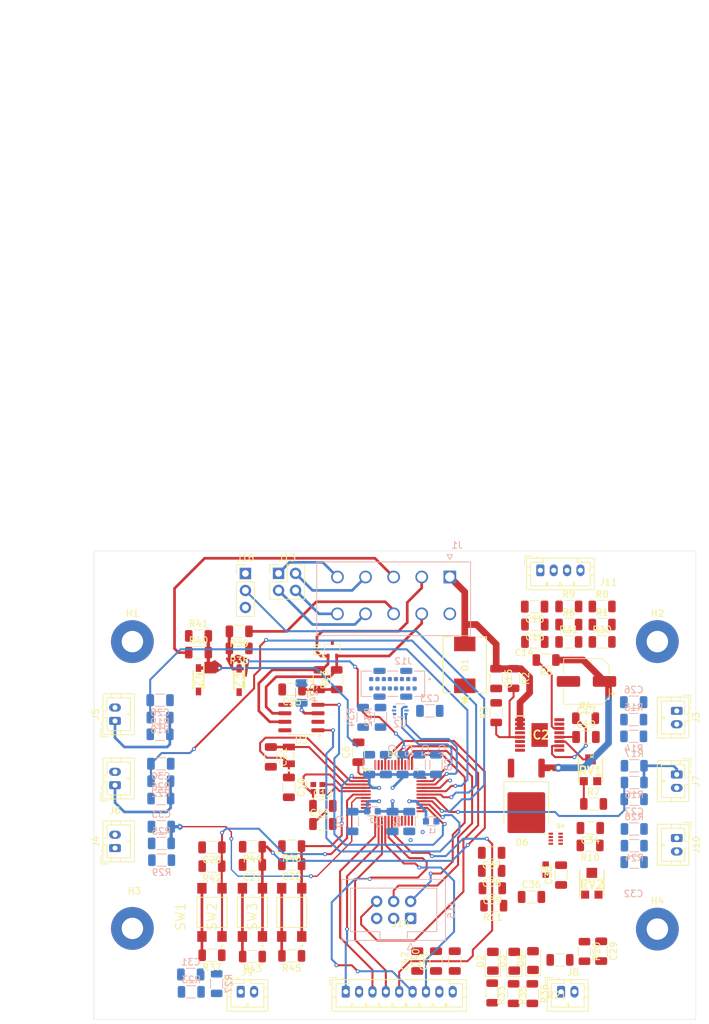
<source format=kicad_pcb>
(kicad_pcb (version 20241229) (generator "pcbnew") (generator_version "9.0")
  (layers (0 "F.Cu" signal) (2 "B.Cu" signal) (13 "F.Paste" user) (15 "B.Paste" user) (5 "F.SilkS" user "F.Silkscreen") (7 "B.SilkS" user "B.Silkscreen") (1 "F.Mask" user) (3 "B.Mask" user) (25 "Edge.Cuts" user))
  (net 0 "")
  (net 1 "GND")
  (net 2 "+3.3V")
  (net 3 "Net-(U1-VREF+)")
  (net 4 "/MCU/LSE_IN")
  (net 5 "/MCU/LSE_OUT")
  (net 6 "/MCU/HSE_IN")
  (net 7 "/MCU/HSE_OUT")
  (net 8 "/IO/FUEL_CELL_RACE_BUTTON_MCU")
  (net 9 "+12V")
  (net 10 "/IO/FUEL_CELL_PREPARE_TO_RAC_BUTTON_MCU")
  (net 11 "/POWER/Vreg")
  (net 12 "/IO/FUEL_CELL_OFF_BUTTON_MCU")
  (net 13 "Net-(IC2-DVDT)")
  (net 14 "/MCU/RESET")
  (net 15 "/MCU/BOOT0")
  (net 16 "/MCU/TEST")
  (net 17 "Net-(C25-Pad1)")
  (net 18 "/IO/HALF_GAS_BUTTON_MCU")
  (net 19 "/IO/HORN_BUTTON_MCU")
  (net 20 "/IO/FULL_GAS_BUTTON_MCU")
  (net 21 "/IO/SC_CLOSE_BUTTON_MCU")
  (net 22 "/IO/SPEED_RESET_BUTTON_MCU")
  (net 23 "/IO/SUPPLY_BUTTON_MCU")
  (net 24 "/IO/MODE2_BUTTON_MCU")
  (net 25 "/IO/MODE1_BUTTON_MCU")
  (net 26 "Net-(U4-SW)")
  (net 27 "Net-(U4-BST)")
  (net 28 "Net-(U4-FB)")
  (net 29 "Net-(U4-VIN)")
  (net 30 "Net-(U4-SS)")
  (net 31 "Net-(D2-K)")
  (net 32 "/IO/MCU_LED")
  (net 33 "Net-(D3-K)")
  (net 34 "/CANH")
  (net 35 "/CANL")
  (net 36 "Net-(D5-K)")
  (net 37 "/IO/CAN_LED")
  (net 38 "/VBUS")
  (net 40 "Net-(IC2-IMON)")
  (net 41 "Net-(IC2-ILIM)")
  (net 42 "Net-(IC2-OVP)")
  (net 43 "Net-(IC2-~{FLT})")
  (net 44 "/GPIO1")
  (net 45 "/GPIO2")
  (net 46 "/HALF_GAS")
  (net 47 "/MODE1")
  (net 48 "/FULL_GAS")
  (net 49 "/SPEED_RESET")
  (net 50 "/HORN")
  (net 51 "/SC_CLOSE")
  (net 52 "/SUPPLY")
  (net 53 "/MODE2")
  (net 54 "/FUEL_CELL_OFF")
  (net 55 "/FUEL_CELL_RACE_MODE")
  (net 56 "/FUEL_CELL_PREPARE_TO_RACE")
  (net 57 "/MCU/USB_D-")
  (net 60 "/MCU/USB_D+")
  (net 61 "Net-(J12-CC2-PadB5_1)")
  (net 62 "Net-(J12-CC1-PadA5_1)")
  (net 65 "/LCD_SCLK")
  (net 66 "/LCD_RST")
  (net 67 "/LCD_CS")
  (net 68 "/LCD_MOSI")
  (net 69 "/LCD_DC")
  (net 70 "/LCD_MISO")
  (net 71 "/SWO")
  (net 72 "/SWDIO")
  (net 74 "/SWCLK")
  (net 75 "/MCU/GPIO_PB11")
  (net 76 "/MCU/GPIO_PB14")
  (net 77 "/MCU/GPIO_PB15")
  (net 78 "Net-(U1-VDDA)")
  (net 79 "Net-(R7-Pad1)")
  (net 80 "Net-(R10-Pad2)")
  (net 81 "Net-(R11-Pad1)")
  (net 82 "Net-(SW1-A)")
  (net 83 "/MCU/PB4")
  (net 84 "/MCU/PA4")
  (net 85 "Net-(SW2-A)")
  (net 86 "Net-(SW3-A)")
  (net 88 "/MCU/MCU_LED")
  (net 89 "/IO/CAN_TX")
  (net 90 "/MCU/USB_DP")
  (net 91 "/IO/CAN_RX")
  (net 92 "/MCU/USB_DN")
  (net 93 "/MCU/CAN_LED")
  (net 98 "Net-(J1-Pin_4)")
  (net 99 "Net-(J1-Pin_10)")
  (net 100 "Net-(J1-Pin_9)")
  (net 101 "Net-(J1-Pin_5)")
  (footprint "Connector_JST:JST_PH_B2B-PH-K_1x02_P2.00mm_Vertical" (layer "F.Cu") (at 145 121 90)
    (property "Reference" "J4")
    (property "Value" "MODE1_SOCKET")
  )
  (footprint "Capacitor_SMD:C_1206_3216Metric" (layer "F.Cu") (at 195.8 137.875 90)
    (property "Reference" "C40")
    (property "Value" "0")
  )
  (footprint "Connector_JST:JST_PH_B9B-PH-K_1x09_P2.00mm_Vertical" (layer "F.Cu") (at 179.5 142.45)
    (property "Reference" "J14")
    (property "Value" "LCD_SOCKET")
  )
  (footprint "Capacitor_SMD:C_1206_3216Metric" (layer "F.Cu") (at 193 137.875 90)
    (property "Reference" "C41")
    (property "Value" "0")
  )
  (footprint "Resistor_SMD:R_1206_3216Metric" (layer "F.Cu") (at 157.4875 89.3)
    (property "Reference" "R41")
    (property "Value" "10k")
  )
  (footprint "Capacitor_SMD:C_1206_3216Metric" (layer "F.Cu") (at 190.2 137.875 90)
    (property "Reference" "C42")
    (property "Value" "1u")
  )
  (footprint "Capacitor_SMD:C_1206_3216Metric" (layer "F.Cu") (at 217.7 136.4 -90)
    (property "Reference" "C29")
    (property "Value" "100n")
  )
  (footprint "Lib:SOTFL50P160X60-8N" (layer "F.Cu") (at 210.9 119.6)
    (property "Reference" "U4")
    (property "Value" "TPS62933")
  )
  (footprint "Resistor_SMD:R_1206_3216Metric" (layer "F.Cu") (at 212.8625 84.9)
    (property "Reference" "R9")
    (property "Value" "1k")
  )
  (footprint "Capacitor_SMD:C_1206_3216Metric" (layer "F.Cu") (at 202 95.675 -90)
    (property "Reference" "C15")
    (property "Value" "1u")
  )
  (footprint "Resistor_SMD:R_1206_3216Metric" (layer "F.Cu") (at 163.5625 88.62 180)
    (property "Reference" "R39")
    (property "Value" "200R")
  )
  (footprint "Lib:SW_TL3305BF160QG" (layer "F.Cu") (at 159.5 130.6 90)
    (property "Reference" "SW1")
    (property "Value" "TL3305BF100QG")
  )
  (footprint "Lib:INDC1608X95N" (layer "F.Cu") (at 209.4 124.215 -90)
    (property "Reference" "L3")
    (property "Value" "4u7")
  )
  (footprint "LED_SMD:LED_1206_3216Metric" (layer "F.Cu") (at 204.7 137.9 90)
    (property "Reference" "D3")
    (property "Value" "RED")
  )
  (footprint "Resistor_SMD:R_1206_3216Metric" (layer "F.Cu") (at 209.4625 92.9 180)
    (property "Reference" "R5")
    (property "Value" "100k")
  )
  (footprint "Resistor_SMD:R_1206_3216Metric" (layer "F.Cu") (at 201.6375 129.6 180)
    (property "Reference" "R11")
    (property "Value" "15k")
  )
  (footprint "LED_SMD:LED_1206_3216Metric" (layer "F.Cu") (at 207.5 137.8 90)
    (property "Reference" "D5")
    (property "Value" "BLUE")
  )
  (footprint "Resistor_SMD:R_1206_3216Metric" (layer "F.Cu") (at 204.6 142.7375 -90)
    (property "Reference" "R35")
    (property "Value" "1k")
  )
  (footprint "Lib:TC33X2503E" (layer "F.Cu") (at 216.1 109.3)
    (property "Reference" "RV1")
    (property "Value" "Pot_12V 2k" (hide yes))
  )
  (footprint "Resistor_SMD:R_1206_3216Metric" (layer "F.Cu") (at 215.3625 101.6)
    (property "Reference" "R4")
    (property "Value" "100k")
  )
  (footprint "Package_TO_SOT_SMD:SOT-323_SC-70" (layer "F.Cu") (at 177.5 91.3 90)
    (property "Reference" "D4")
    (property "Value" "SP0502BAJT")
  )
  (footprint "Capacitor_SMD:C_1206_3216Metric" (layer "F.Cu") (at 159.5 120.8875 180)
    (property "Reference" "C20")
    (property "Value" "100n")
  )
  (footprint "Connector_JST:JST_PH_B2B-PH-K_1x02_P2.00mm_Vertical" (layer "F.Cu") (at 163.8 142.45)
    (property "Reference" "J9")
    (property "Value" "SUPPLY_SOCKET")
  )
  (footprint "Capacitor_SMD:C_1206_3216Metric" (layer "F.Cu") (at 211.7 125.025 90)
    (property "Reference" "C35")
    (property "Value" "47p")
  )
  (footprint "Capacitor_SMD:C_1206_3216Metric" (layer "F.Cu") (at 201.325 121.7 180)
    (property "Reference" "C37")
    (property "Value" "10u")
  )
  (footprint "Resistor_SMD:R_1206_3216Metric" (layer "F.Cu") (at 201.4 142.6375 -90)
    (property "Reference" "R33")
    (property "Value" "1k")
  )
  (footprint "Resistor_SMD:R_1206_3216Metric" (layer "F.Cu") (at 157.4875 91.8)
    (property "Reference" "R40")
    (property "Value" "200R")
  )
  (footprint "Lib:XTAL_NX3215SA-32.768K-STD-MUA-14" (layer "F.Cu") (at 171 107.15 90)
    (property "Reference" "X1")
    (property "Value" "32k768")
  )
  (footprint "Capacitor_SMD:C_1206_3216Metric" (layer "F.Cu") (at 171.475 97.3 180)
    (property "Reference" "C25")
    (property "Value" "4n7")
  )
  (footprint "Connector_JST:JST_PH_B2B-PH-K_1x02_P2.00mm_Vertical" (layer "F.Cu") (at 229 100.5 -90)
    (property "Reference" "J3")
    (property "Value" "HALF_GAS_SOCKET")
  )
  (footprint "MountingHole:MountingHole_3.2mm_M3_Pad" (layer "F.Cu") (at 147.6 133)
    (property "Reference" "H3")
    (property "Value" "MountingHole_Pad")
  )
  (footprint "Capacitor_SMD:C_1206_3216Metric" (layer "F.Cu") (at 201.325 124.4 180)
    (property "Reference" "C38")
    (property "Value" "100n")
  )
  (footprint "Lib:SOD3716X135N" (layer "F.Cu") (at 163.5625 95.95 -90)
    (property "Reference" "Z3")
    (property "Value" "MMSZ3V3T1G" (hide yes))
  )
  (footprint "Lib:SOP65P640X120-17N" (layer "F.Cu") (at 208.5 104.1)
    (property "Reference" "IC2")
    (property "Value" "LM76202QPWPRQ1" (hide yes))
  )
  (footprint "Resistor_SMD:R_1206_3216Metric" (layer "F.Cu") (at 216.0375 120.6 180)
    (property "Reference" "R10")
    (property "Value" "47k")
  )
  (footprint "Lib:OSC_NX2016SA-24MHZ-EXS00A-CS10820" (layer "F.Cu") (at 175.325 112.025 90)
    (property "Reference" "X2")
    (property "Value" "24M")
  )
  (footprint "Lib:SW_TL3305BF160QG" (layer "F.Cu") (at 165.55 130.6 90)
    (property "Reference" "SW2")
    (property "Value" "TL3305BF100QG")
  )
  (footprint "Lib:SW_TL3305BF160QG" (layer "F.Cu") (at 171.425 130.6 90)
    (property "Reference" "SW3")
    (property "Value" "TL3305BF100QG")
  )
  (footprint "Capacitor_SMD:C_1206_3216Metric" (layer "F.Cu") (at 171.425 123.4 180)
    (property "Reference" "C22")
    (property "Value" "100n")
  )
  (footprint "Resistor_SMD:R_1206_3216Metric" (layer "F.Cu") (at 212.8625 87.6)
    (property "Reference" "R6")
    (property "Value" "1k")
  )
  (footprint "Lib:TC33X2503E" (layer "F.Cu") (at 216.3 126.25)
    (property "Reference" "RV2")
    (property "Value" "Pot_12V 5k" (hide yes))
  )
  (footprint "Resistor_SMD:R_1206_3216Metric" (layer "F.Cu") (at 216.5625 114.4)
    (property "Reference" "R7")
    (property "Value" "5k")
  )
  (footprint "Capacitor_SMD:C_1206_3216Metric" (layer "F.Cu") (at 176.075 114.7)
    (property "Reference" "C12")
    (property "Value" "6p8")
  )
  (footprint "Capacitor_SMD:C_1206_3216Metric" (layer "F.Cu") (at 216.075 118 180)
    (property "Reference" "C34")
    (property "Value" "100n")
  )
  (footprint "Connector_JST:JST_PH_B2B-PH-K_1x02_P2.00mm_Vertical" (layer "F.Cu") (at 211.7 142.45)
    (property "Reference" "J8")
    (property "Value" "SC_CLOSE_SOCKET")
  )
  (footprint "Resistor_SMD:R_1206_3216Metric" (layer "F.Cu") (at 175.55 95.8375 90)
    (property "Reference" "R12")
    (property "Value" "60")
  )
  (footprint "Capacitor_SMD:C_1206_3216Metric" (layer "F.Cu") (at 168.3 107.375 -90)
    (property "Reference" "C11")
    (property "Value" "5p1")
  )
  (footprint "Capacitor_SMD:C_1206_3216Metric" (layer "F.Cu") (at 207.775 90.2 180)
    (property "Reference" "C14")
    (property "Value" "100n")
  )
  (footprint "Connector_JST:JST_PH_B4B-PH-K_1x04_P2.00mm_Vertical" (layer "F.Cu") (at 208.6 79.5)
    (property "Reference" "J11")
    (property "Value" "FUEL_CELL_SOCKET")
  )
  (footprint "Lib:SOD3716X135N" (layer "F.Cu") (at 157.4875 95.85 -90)
    (property "Reference" "Z4")
    (property "Value" "MMSZ3V3T1G" (hide yes))
  )
  (footprint "Resistor_SMD:R_1206_3216Metric" (layer "F.Cu") (at 159.5 137 180)
    (property "Reference" "R37")
    (property "Value" "10k")
  )
  (footprint "Connector_JST:JST_PH_B2B-PH-K_1x02_P2.00mm_Vertical" (layer "F.Cu") (at 145 102 90)
    (property "Reference" "J5")
    (property "Value" "FULL_GAS_SOCKET")
  )
  (footprint "Resistor_SMD:R_1206_3216Metric" (layer "F.Cu") (at 217.8375 87.6)
    (property "Reference" "R1")
    (property "Value" "10k")
  )
  (footprint "Package_QFP:LQFP-48_7x7mm_P0.5mm" (layer "F.Cu") (at 186.6625 112.75)
    (property "Reference" "U1")
    (property "Value" "STM32G491CCTx")
  )
  (footprint "Capacitor_SMD:C_1206_3216Metric" (layer "F.Cu") (at 207.75 84.925 180)
    (property "Reference" "C18")
    (property "Value" "100n")
  )
  (footprint "Capacitor_SMD:C_1206_3216Metric" (layer "F.Cu") (at 201.425 127 180)
    (property "Reference" "C39")
    (property "Value" "33n")
  )
  (footprint "Connector_JST:JST_PH_B2B-PH-K_1x02_P2.00mm_Vertical" (layer "F.Cu") (at 145 111.6 90)
    (property "Reference" "J6")
    (property "Value" "SPEED_RESET_SOCKET")
  )
  (footprint "LED_SMD:LED_1206_3216Metric" (layer "F.Cu") (at 201.5 137.9 90)
    (property "Reference" "D2")
    (property "Value" "GREEN")
  )
  (footprint "Resistor_SMD:R_1206_3216Metric" (layer "F.Cu") (at 204.6 95.6625 -90)
    (property "Reference" "R2")
    (property "Value" "180k")
  )
  (footprint "Package_SO:SOIC-8_3.9x4.9mm_P1.27mm" (layer "F.Cu") (at 172.875 101.495 180)
    (property "Reference" "U3")
    (property "Value" "SN65HVD232")
  )
  (footprint "Connector_JST:JST_PH_B2B-PH-K_1x02_P2.00mm_Vertical" (layer "F.Cu") (at 229 110 -90)
    (property "Reference" "J7")
    (property "Value" "HORN_SOCKET")
  )
  (footprint "Resistor_SMD:R_1206_3216Metric" (layer "F.Cu") (at 163.5625 91.17 180)
    (property "Reference" "R38")
    (property "Value" "10k")
  )
  (footprint "Connector_PinHeader_2.54mm:PinHeader_2x02_P2.54mm_Vertical" (layer "F.Cu") (at 169.46 79.96)
    (property "Reference" "J13")
    (property "Value" "Additional goldpins")
  )
  (footprint "Lib:DPAK228P990X239-4N" (layer "F.Cu") (at 206.5 113.19 180)
    (property "Reference" "D6")
    (property "Value" "V10K100DUHM3_H")
  )
  (footprint "Capacitor_SMD:CP_Elec_6.3x7.7" (layer "F.Cu") (at 215.5 96.1 180)
    (property "Reference" "C17")
    (property "Value" "47u")
  )
  (footprint "Capacitor_SMD:C_1206_3216Metric" (layer "F.Cu") (at 207.775 87.6 180)
    (property "Reference" "C16")
    (property "Value" "100n")
  )
  (footprint "Resistor_SMD:R_1206_3216Metric" (layer "F.Cu") (at 159.5 123.6875 180)
    (property "Reference" "R42")
    (property "Value" "10k")
  )
  (footprint "Resistor_SMD:R_1206_3216Metric" (layer "F.Cu") (at 202 100.7625 90)
    (property "Reference" "R3")
    (property "Value" "12k")
  )
  (footprint "Resistor_SMD:R_1206_3216Metric" (layer "F.Cu") (at 165.55 137.2 180)
    (property "Reference" "R43")
    (property "Value" "10k")
  )
  (footprint "Resistor_SMD:R_1206_3216Metric" (layer "F.Cu") (at 178.15 95.8375 90)
    (property "Reference" "R13")
    (property "Value" "60")
  )
  (footprint "Resistor_SMD:R_1206_3216Metric" (layer "F.Cu") (at 171.425 120.7 180)
    (property "Reference" "R46")
    (property "Value" "10k")
  )
  (footprint "MountingHole:MountingHole_3.2mm_M3_Pad" (layer "F.Cu") (at 226.1 90.15)
    (property "Reference" "H2")
    (property "Value" "MountingHole_Pad")
  )
  (footprint "Capacitor_SMD:C_1206_3216Metric" (layer "F.Cu") (at 207.275 128.3)
    (property "Reference" "C36")
    (property "Value" "100u")
  )
  (footprint "Lib:TPSMCSeries_LTF" (layer "F.Cu") (at 197.3 93.627002 90)
    (property "Reference" "D1")
    (property "Value" "TPSMC30CA")
  )
  (footprint "Resistor_SMD:R_1206_3216Metric" (layer "F.Cu") (at 217.8375 90.2)
    (property "Reference" "R30")
    (property "Value" "10k")
  )
  (footprint "Resistor_SMD:R_1206_3216Metric" (layer "F.Cu") (at 215.2 136.4375 -90)
    (property "Reference" "R20")
    (property "Value" "1k")
  )
  (footprint "Resistor_SMD:R_1206_3216Metric" (layer "F.Cu") (at 165.55 120.8 180)
    (property "Reference" "R44")
    (property "Value" "10k")
  )
  (footprint "Resistor_SMD:R_1206_3216Metric" (layer "F.Cu") (at 217.8375 84.9)
    (property "Reference" "R8")
    (property "Value" "10k")
  )
  (footprint "Resistor_SMD:R_1206_3216Metric" (layer "F.Cu") (at 207.4 142.7375 -90)
    (property "Reference" "R36")
    (property "Value" "1k")
  )
  (footprint "Connector_JST:JST_PH_B2B-PH-K_1x02_P2.00mm_Vertical" (layer "F.Cu") (at 229 119.5 -90)
    (property "Reference" "J10")
    (property "Value" "MODE2_SOCKET")
  )
  (footprint "MountingHole:MountingHole_3.2mm_M3_Pad" (layer "F.Cu") (at 147.6 90.15)
    (property "Reference" "H1")
    (property "Value" "MountingHole_Pad")
  )
  (footprint "Capacitor_SMD:C_1206_3216Metric" (layer "F.Cu") (at 171 111.925 -90)
    (property "Reference" "C10")
    (property "Value" "5p1")
  )
  (footprint "Capacitor_SMD:C_1206_3216Metric" (layer "F.Cu") (at 215.425 104.4)
    (property "Reference" "C19")
    (property "Value" "2n7")
  )
  (footprint "MountingHole:MountingHole_3.2mm_M3_Pad" (layer "F.Cu") (at 226.1 133.1)
    (property "Reference" "H4")
    (property "Value" "MountingHole_Pad")
  )
  (footprint "Capacitor_SMD:C_1206_3216Metric" (layer "F.Cu") (at 176.075 117.4)
    (property "Reference" "C13")
    (property "Value" "6p8")
  )
  (footprint "Capacitor_SMD:C_1206_3216Metric" (layer "F.Cu") (at 165.55 123.5 180)
    (property "Reference" "C21")
    (property "Value" "100n")
  )
  (footprint "Connector_PinHeader_2.54mm:PinHeader_1x03_P2.54mm_Vertical" (layer "F.Cu") (at 164.5 79.975)
    (property "Reference" "J16")
    (property "Value" "Additional goldpins from MCU")
  )
  (footprint "Resistor_SMD:R_1206_3216Metric" (layer "F.Cu") (at 212.8625 90.2)
    (property "Reference" "R31")
    (property "Value" "1k")
  )
  (footprint "Resistor_SMD:R_1206_3216Metric" (layer "F.Cu") (at 211.5375 137.7 180)
    (property "Reference" "R21")
    (property "Value" "10k")
  )
  (footprint "Resistor_SMD:R_1206_3216Metric" (layer "F.Cu") (at 171.425 137.1 180)
    (property "Reference" "R45")
    (property "Value" "10k")
  )
  (footprint "Capacitor_SMD:C_1206_3216Metric" (layer "F.Cu") (at 181.4 106.675 90)
    (property "Reference" "C6")
    (property "Value" "1u")
  )
  (footprint "Capacitor_SMD:C_1206_3216Metric" (layer "B.Cu") (at 188 108.525 90)
    (property "Reference" "C3")
    (property "Value" "100n")
  )
  (footprint "Resistor_SMD:R_1206_3216Metric" (layer "B.Cu") (at 222.6375 111.2)
    (property "Reference" "R16")
    (property "Value" "1k")
  )
  (footprint "Capacitor_SMD:C_1206_3216Metric" (layer "B.Cu") (at 151.925 117.8 180)
    (property "Reference" "C33")
    (property "Value" "100n")
  )
  (footprint "Resistor_SMD:R_1206_3216Metric" (layer "B.Cu") (at 222.6375 120.64)
    (property "Reference" "R24")
    (property "Value" "1k")
  )
  (footprint "Package_TO_SOT_SMD:SOT-666" (layer "B.Cu") (at 187.65 100.4375)
    (property "Reference" "U2")
    (property "Value" "USBLC6-2P6")
  )
  (footprint "Resistor_SMD:R_1206_3216Metric" (layer "B.Cu") (at 151.7375 104 180)
    (property "Reference" "R19")
    (property "Value" "10k")
  )
  (footprint "Capacitor_SMD:C_1206_3216Metric" (layer "B.Cu") (at 222.625 113.7)
    (property "Reference" "C27")
    (property "Value" "100n")
  )
  (footprint "Capacitor_SMD:C_1206_3216Metric" (layer "B.Cu") (at 190.5 108.525 90)
    (property "Reference" "C4")
    (property "Value" "100n")
  )
  (footprint "Resistor_SMD:R_1206_3216Metric" (layer "B.Cu") (at 156.4 142.475 180)
    (property "Reference" "R23")
    (property "Value" "1k")
  )
  (footprint "Capacitor_SMD:C_1206_3216Metric" (layer "B.Cu") (at 172.9 97.825 90)
    (property "Reference" "C24")
    (property "Value" "100n")
  )
  (footprint "Lib:INDC1608X95N" (layer "B.Cu") (at 192.285 117)
    (property "Reference" "L1")
    (property "Value" "600R 100MHz")
  )
  (footprint "Capacitor_SMD:C_1206_3216Metric" (layer "B.Cu") (at 180.5 117.025 -90)
    (property "Reference" "C9")
    (property "Value" "100n")
  )
  (footprint "Resistor_SMD:R_1206_3216Metric" (layer "B.Cu") (at 222.5625 101.8 180)
    (property "Reference" "R15")
    (property "Value" "1k")
  )
  (footprint "Lib:MOLEX_39281103" (layer "B.Cu") (at 195.0625 80.5 180)
    (property "Reference" "J1")
    (property "Value" "MAIN_CONNECTOR")
  )
  (footprint "Capacitor_SMD:C_1206_3216Metric" (layer "B.Cu") (at 183 108.525 90)
    (property "Reference" "C1")
    (property "Value" "100n")
  )
  (footprint "Resistor_SMD:R_1206_3216Metric" (layer "B.Cu") (at 160.2 141.2375 90)
    (property "Reference" "R27")
    (property "Value" "10k")
  )
  (footprint "Capacitor_SMD:C_1206_3216Metric" (layer "B.Cu") (at 222.625 123.1)
    (property "Reference" "C32")
    (property "Value" "100n")
  )
  (footprint "Connector_IDC:IDC-Header_2x03_P2.54mm_Vertical" (layer "B.Cu") (at 189.2075 131.5 90)
    (property "Reference" "J15")
    (property "Value" "JTAG_SOCKET")
  )
  (footprint "Resistor_SMD:R_1206_3216Metric" (layer "B.Cu") (at 222.6375 108.7 180)
    (property "Reference" "R17")
    (property "Value" "10k")
  )
  (footprint "Capacitor_SMD:C_1206_3216Metric" (layer "B.Cu") (at 151.85 108.4)
    (property "Reference" "C30")
    (property "Value" "100n")
  )
  (footprint "Resistor_SMD:R_1206_3216Metric" (layer "B.Cu") (at 151.975 122.8)
    (property "Reference" "R29")
    (property "Value" "10k")
  )
  (footprint "Resistor_SMD:R_1206_3216Metric" (layer "B.Cu") (at 151.7375 101.5)
    (property "Reference" "R18")
    (property "Value" "1k")
  )
  (footprint "Resistor_SMD:R_1206_3216Metric" (layer "B.Cu") (at 151.9375 120.3 180)
    (property "Reference" "R25")
    (property "Value" "1k")
  )
  (footprint "Capacitor_SMD:C_1206_3216Metric" (layer "B.Cu") (at 222.5625 99.2 180)
    (property "Reference" "C26")
    (property "Value" "100n")
  )
  (footprint "Resistor_SMD:R_1206_3216Metric" (layer "B.Cu") (at 151.85 111)
    (property "Reference" "R22")
    (property "Value" "1k")
  )
  (footprint "Lib:CUI_UJ20-C-V-C-3-SMT-TR" (layer "B.Cu") (at 186.55 96.45 180)
    (property "Reference" "J12")
    (property "Value" "USB_C_Vertical")
    (fp_line (start 3.45 0.85) (end 3.45 0.55) (stroke (width 0.01)) (layer "Edge.Cuts"))
    (fp_line (start 3.45 -0.55) (end 3.45 -0.85) (stroke (width 0.01)) (layer "Edge.Cuts"))
    (fp_line (start 3.4 0.5) (end 3.1 0.5) (stroke (width 0.01)) (layer "Edge.Cuts"))
    (fp_line (start 3.4 -0.9) (end 3.1 -0.9) (stroke (width 0.01)) (layer "Edge.Cuts"))
    (fp_line (start 3.1 0.9) (end 3.4 0.9) (stroke (width 0.01)) (layer "Edge.Cuts"))
    (fp_line (start 3.1 -0.5) (end 3.4 -0.5) (stroke (width 0.01)) (layer "Edge.Cuts"))
    (fp_line (start 3.05 0.55) (end 3.05 0.85) (stroke (width 0.01)) (layer "Edge.Cuts"))
    (fp_line (start 3.05 -0.85) (end 3.05 -0.55) (stroke (width 0.01)) (layer "Edge.Cuts"))
    (fp_line (start 2.7 1.73) (end 2.7 2.13) (stroke (width 0.01)) (layer "Edge.Cuts"))
    (fp_line (start 2.7 -2.13) (end 2.7 -1.73) (stroke (width 0.01)) (layer "Edge.Cuts"))
    (fp_line (start 2.65 2.18) (end 1.35 2.18) (stroke (width 0.01)) (layer "Edge.Cuts"))
    (fp_line (start 2.65 -1.68) (end 1.35 -1.68) (stroke (width 0.01)) (layer "Edge.Cuts"))
    (fp_line (start 2.5 0.85) (end 2.5 0.55) (stroke (width 0.01)) (layer "Edge.Cuts"))
    (fp_line (start 2.5 -0.85) (end 2.5 -0.55) (stroke (width 0.01)) (layer "Edge.Cuts"))
    (fp_line (start 2.45 0.5) (end 2.15 0.5) (stroke (width 0.01)) (layer "Edge.Cuts"))
    (fp_line (start 2.45 -0.5) (end 2.15 -0.5) (stroke (width 0.01)) (layer "Edge.Cuts"))
    (fp_line (start 2.15 0.9) (end 2.45 0.9) (stroke (width 0.01)) (layer "Edge.Cuts"))
    (fp_line (start 2.15 -0.9) (end 2.45 -0.9) (stroke (width 0.01)) (layer "Edge.Cuts"))
    (fp_line (start 2.1 0.55) (end 2.1 0.85) (stroke (width 0.01)) (layer "Edge.Cuts"))
    (fp_line (start 2.1 -0.55) (end 2.1 -0.85) (stroke (width 0.01)) (layer "Edge.Cuts"))
    (fp_line (start 1.55 0.85) (end 1.55 0.55) (stroke (width 0.01)) (layer "Edge.Cuts"))
    (fp_line (start 1.55 -0.85) (end 1.55 -0.55) (stroke (width 0.01)) (layer "Edge.Cuts"))
    (fp_line (start 1.5 0.5) (end 1.2 0.5) (stroke (width 0.01)) (layer "Edge.Cuts"))
    (fp_line (start 1.5 -0.5) (end 1.2 -0.5) (stroke (width 0.01)) (layer "Edge.Cuts"))
    (fp_line (start 1.35 1.68) (end 2.65 1.68) (stroke (width 0.01)) (layer "Edge.Cuts"))
    (fp_line (start 1.35 -2.18) (end 2.65 -2.18) (stroke (width 0.01)) (layer "Edge.Cuts"))
    (fp_line (start 1.3 2.13) (end 1.3 1.73) (stroke (width 0.01)) (layer "Edge.Cuts"))
    (fp_line (start 1.3 -1.73) (end 1.3 -2.13) (stroke (width 0.01)) (layer "Edge.Cuts"))
    (fp_line (start 1.2 0.9) (end 1.5 0.9) (stroke (width 0.01)) (layer "Edge.Cuts"))
    (fp_line (start 1.2 -0.9) (end 1.5 -0.9) (stroke (width 0.01)) (layer "Edge.Cuts"))
    (fp_line (start 1.15 0.55) (end 1.15 0.85) (stroke (width 0.01)) (layer "Edge.Cuts"))
    (fp_line (start 1.15 -0.55) (end 1.15 -0.85) (stroke (width 0.01)) (layer "Edge.Cuts"))
    (fp_line (start 0.65 0.55) (end 0.65 0.85) (stroke (width 0.01)) (layer "Edge.Cuts"))
    (fp_line (start 0.65 -0.55) (end 0.65 -0.85) (stroke (width 0.01)) (layer "Edge.Cuts"))
    (fp_line (start 0.6 0.9) (end 0.3 0.9) (stroke (width 0.01)) (layer "Edge.Cuts"))
    (fp_line (start 0.6 -0.9) (end 0.3 -0.9) (stroke (width 0.01)) (layer "Edge.Cuts"))
    (fp_line (start 0.3 0.5) (end 0.6 0.5) (stroke (width 0.01)) (layer "Edge.Cuts"))
    (fp_line (start 0.3 -0.5) (end 0.6 -0.5) (stroke (width 0.01)) (layer "Edge.Cuts"))
    (fp_line (start 0.25 0.85) (end 0.25 0.55) (stroke (width 0.01)) (layer "Edge.Cuts"))
    (fp_line (start 0.25 -0.85) (end 0.25 -0.55) (stroke (width 0.01)) (layer "Edge.Cuts"))
    (fp_line (start -0.25 0.85) (end -0.25 0.55) (stroke (width 0.01)) (layer "Edge.Cuts"))
    (fp_line (start -0.25 -0.55) (end -0.25 -0.85) (stroke (width 0.01)) (layer "Edge.Cuts"))
    (fp_line (start -0.3 0.5) (end -0.6 0.5) (stroke (width 0.01)) (layer "Edge.Cuts"))
    (fp_line (start -0.3 -0.9) (end -0.6 -0.9) (stroke (width 0.01)) (layer "Edge.Cuts"))
    (fp_line (start -0.6 0.9) (end -0.3 0.9) (stroke (width 0.01)) (layer "Edge.Cuts"))
    (fp_line (start -0.6 -0.5) (end -0.3 -0.5) (stroke (width 0.01)) (layer "Edge.Cuts"))
    (fp_line (start -0.65 0.55) (end -0.65 0.85) (stroke (width 0.01)) (layer "Edge.Cuts"))
    (fp_line (start -0.65 -0.85) (end -0.65 -0.55) (stroke (width 0.01)) (layer "Edge.Cuts"))
    (fp_line (start -1.15 0.55) (end -1.15 0.85) (stroke (width 0.01)) (layer "Edge.Cuts"))
    (fp_line (start -1.15 -0.85) (end -1.15 -0.55) (stroke (width 0.01)) (layer "Edge.Cuts"))
    (fp_line (start -1.2 0.9) (end -1.5 0.9) (stroke (width 0.01)) (layer "Edge.Cuts"))
    (fp_line (start -1.2 -0.5) (end -1.5 -0.5) (stroke (width 0.01)) (layer "Edge.Cuts"))
    (fp_line (start -1.3 2.13) (end -1.3 1.73) (stroke (width 0.01)) (layer "Edge.Cuts"))
    (fp_line (start -1.3 -1.73) (end -1.3 -2.13) (stroke (width 0.01)) (layer "Edge.Cuts"))
    (fp_line (start -1.35 1.68) (end -2.65 1.68) (stroke (width 0.01)) (layer "Edge.Cuts"))
    (fp_line (start -1.35 -2.18) (end -2.65 -2.18) (stroke (width 0.01)) (layer "Edge.Cuts"))
    (fp_line (start -1.5 0.5) (end -1.2 0.5) (stroke (width 0.01)) (layer "Edge.Cuts"))
    (fp_line (start -1.5 -0.9) (end -1.2 -0.9) (stroke (width 0.01)) (layer "Edge.Cuts"))
    (fp_line (start -1.55 0.85) (end -1.55 0.55) (stroke (width 0.01)) (layer "Edge.Cuts"))
    (fp_line (start -1.55 -0.55) (end -1.55 -0.85) (stroke (width 0.01)) (layer "Edge.Cuts"))
    (fp_line (start -2.1 0.85) (end -2.1 0.55) (stroke (width 0.01)) (layer "Edge.Cuts"))
    (fp_line (start -2.1 -0.55) (end -2.1 -0.85) (stroke (width 0.01)) (layer "Edge.Cuts"))
    (fp_line (start -2.15 0.5) (end -2.45 0.5) (stroke (width 0.01)) (layer "Edge.Cuts"))
    (fp_line (start -2.15 -0.9) (end -2.45 -0.9) (stroke (width 0.01)) (layer "Edge.Cuts"))
    (fp_line (start -2.45 0.9) (end -2.15 0.9) (stroke (width 0.01)) (layer "Edge.Cuts"))
    (fp_line (start -2.45 -0.5) (end -2.15 -0.5) (stroke (width 0.01)) (layer "Edge.Cuts"))
    (fp_line (start -2.5 0.55) (end -2.5 0.85) (stroke (width 0.01)) (layer "Edge.Cuts"))
    (fp_line (start -2.5 -0.85) (end -2.5 -0.55) (stroke (width 0.01)) (layer "Edge.Cuts"))
    (fp_line (start -2.65 2.18) (end -1.35 2.18) (stroke (width 0.01)) (layer "Edge.Cuts"))
    (fp_line (start -2.65 -1.68) (end -1.35 -1.68) (stroke (width 0.01)) (layer "Edge.Cuts"))
    (fp_line (start -2.7 1.73) (end -2.7 2.13) (stroke (width 0.01)) (layer "Edge.Cuts"))
    (fp_line (start -2.7 -2.13) (end -2.7 -1.73) (stroke (width 0.01)) (layer "Edge.Cuts"))
    (fp_line (start -3.05 0.85) (end -3.05 0.55) (stroke (width 0.01)) (layer "Edge.Cuts"))
    (fp_line (start -3.05 -0.55) (end -3.05 -0.85) (stroke (width 0.01)) (layer "Edge.Cuts"))
    (fp_line (start -3.1 0.5) (end -3.4 0.5) (stroke (width 0.01)) (layer "Edge.Cuts"))
    (fp_line (start -3.1 -0.9) (end -3.4 -0.9) (stroke (width 0.01)) (layer "Edge.Cuts"))
    (fp_line (start -3.4 0.9) (end -3.1 0.9) (stroke (width 0.01)) (layer "Edge.Cuts"))
    (fp_line (start -3.4 -0.5) (end -3.1 -0.5) (stroke (width 0.01)) (layer "Edge.Cuts"))
    (fp_line (start -3.45 0.55) (end -3.45 0.85) (stroke (width 0.01)) (layer "Edge.Cuts"))
    (fp_line (start -3.45 -0.85) (end -3.45 -0.55) (stroke (width 0.01)) (layer "Edge.Cuts"))
    (fp_arc (start 3.45 0.85) (mid 3.435355 0.885355) (end 3.4 0.9) (stroke (width 0.01)) (layer "Edge.Cuts"))
    (fp_arc (start 3.45 -0.55) (mid 3.435355 -0.514645) (end 3.4 -0.5) (stroke (width 0.01)) (layer "Edge.Cuts"))
    (fp_arc (start 3.4 0.5) (mid 3.435355 0.514645) (end 3.45 0.55) (stroke (width 0.01)) (layer "Edge.Cuts"))
    (fp_arc (start 3.4 -0.9) (mid 3.435355 -0.885355) (end 3.45 -0.85) (stroke (width 0.01)) (layer "Edge.Cuts"))
    (fp_arc (start 3.1 0.9) (mid 3.064645 0.885355) (end 3.05 0.85) (stroke (width 0.01)) (layer "Edge.Cuts"))
    (fp_arc (start 3.1 -0.5) (mid 3.064645 -0.514645) (end 3.05 -0.55) (stroke (width 0.01)) (layer "Edge.Cuts"))
    (fp_arc (start 3.05 0.55) (mid 3.064645 0.514645) (end 3.1 0.5) (stroke (width 0.01)) (layer "Edge.Cuts"))
    (fp_arc (start 3.05 -0.85) (mid 3.064645 -0.885355) (end 3.1 -0.9) (stroke (width 0.01)) (layer "Edge.Cuts"))
    (fp_arc (start 2.7 2.13) (mid 2.685355 2.165355) (end 2.65 2.18) (stroke (width 0.01)) (layer "Edge.Cuts"))
    (fp_arc (start 2.7 -1.73) (mid 2.685355 -1.694645) (end 2.65 -1.68) (stroke (width 0.01)) (layer "Edge.Cuts"))
    (fp_arc (start 2.65 1.68) (mid 2.685355 1.694645) (end 2.7 1.73) (stroke (width 0.01)) (layer "Edge.Cuts"))
    (fp_arc (start 2.65 -2.18) (mid 2.685355 -2.165355) (end 2.7 -2.13) (stroke (width 0.01)) (layer "Edge.Cuts"))
    (fp_arc (start 2.5 0.85) (mid 2.485355 0.885355) (end 2.45 0.9) (stroke (width 0.01)) (layer "Edge.Cuts"))
    (fp_arc (start 2.5 -0.55) (mid 2.485355 -0.514645) (end 2.45 -0.5) (stroke (width 0.01)) (layer "Edge.Cuts"))
    (fp_arc (start 2.45 0.5) (mid 2.485355 0.514645) (end 2.5 0.55) (stroke (width 0.01)) (layer "Edge.Cuts"))
    (fp_arc (start 2.45 -0.9) (mid 2.485355 -0.885355) (end 2.5 -0.85) (stroke (width 0.01)) (layer "Edge.Cuts"))
    (fp_arc (start 2.15 0.9) (mid 2.114645 0.885355) (end 2.1 0.85) (stroke (width 0.01)) (layer "Edge.Cuts"))
    (fp_arc (start 2.15 -0.5) (mid 2.114645 -0.514645) (end 2.1 -0.55) (stroke (width 0.01)) (layer "Edge.Cuts"))
    (fp_arc (start 2.1 0.55) (mid 2.114645 0.514645) (end 2.15 0.5) (stroke (width 0.01)) (layer "Edge.Cuts"))
    (fp_arc (start 2.1 -0.85) (mid 2.114645 -0.885355) (end 2.15 -0.9) (stroke (width 0.01)) (layer "Edge.Cuts"))
    (fp_arc (start 1.55 0.85) (mid 1.535355 0.885355) (end 1.5 0.9) (stroke (width 0.01)) (layer "Edge.Cuts"))
    (fp_arc (start 1.55 -0.55) (mid 1.535355 -0.514645) (end 1.5 -0.5) (stroke (width 0.01)) (layer "Edge.Cuts"))
    (fp_arc (start 1.5 0.5) (mid 1.535355 0.514645) (end 1.55 0.55) (stroke (width 0.01)) (layer "Edge.Cuts"))
    (fp_arc (start 1.5 -0.9) (mid 1.535355 -0.885355) (end 1.55 -0.85) (stroke (width 0.01)) (layer "Edge.Cuts"))
    (fp_arc (start 1.35 2.18) (mid 1.314645 2.165355) (end 1.3 2.13) (stroke (width 0.01)) (layer "Edge.Cuts"))
    (fp_arc (start 1.35 -1.68) (mid 1.314645 -1.694645) (end 1.3 -1.73) (stroke (width 0.01)) (layer "Edge.Cuts"))
    (fp_arc (start 1.3 1.73) (mid 1.314645 1.694645) (end 1.35 1.68) (stroke (width 0.01)) (layer "Edge.Cuts"))
    (fp_arc (start 1.3 -2.13) (mid 1.314645 -2.165355) (end 1.35 -2.18) (stroke (width 0.01)) (layer "Edge.Cuts"))
    (fp_arc (start 1.2 0.9) (mid 1.164645 0.885355) (end 1.15 0.85) (stroke (width 0.01)) (layer "Edge.Cuts"))
    (fp_arc (start 1.2 -0.5) (mid 1.164645 -0.514645) (end 1.15 -0.55) (stroke (width 0.01)) (layer "Edge.Cuts"))
    (fp_arc (start 1.15 0.55) (mid 1.164645 0.514645) (end 1.2 0.5) (stroke (width 0.01)) (layer "Edge.Cuts"))
    (fp_arc (start 1.15 -0.85) (mid 1.164645 -0.885355) (end 1.2 -0.9) (stroke (width 0.01)) (layer "Edge.Cuts"))
    (fp_arc (start 0.65 0.85) (mid 0.635355 0.885355) (end 0.6 0.9) (stroke (width 0.01)) (layer "Edge.Cuts"))
    (fp_arc (start 0.65 -0.55) (mid 0.635355 -0.514645) (end 0.6 -0.5) (stroke (width 0.01)) (layer "Edge.Cuts"))
    (fp_arc (start 0.6 0.5) (mid 0.635355 0.514645) (end 0.65 0.55) (stroke (width 0.01)) (layer "Edge.Cuts"))
    (fp_arc (start 0.6 -0.9) (mid 0.635355 -0.885355) (end 0.65 -0.85) (stroke (width 0.01)) (layer "Edge.Cuts"))
    (fp_arc (start 0.3 0.9) (mid 0.264645 0.885355) (end 0.25 0.85) (stroke (width 0.01)) (layer "Edge.Cuts"))
    (fp_arc (start 0.3 -0.5) (mid 0.264645 -0.514645) (end 0.25 -0.55) (stroke (width 0.01)) (layer "Edge.Cuts"))
    (fp_arc (start 0.25 0.55) (mid 0.264645 0.514645) (end 0.3 0.5) (stroke (width 0.01)) (layer "Edge.Cuts"))
    (fp_arc (start 0.25 -0.85) (mid 0.264645 -0.885355) (end 0.3 -0.9) (stroke (width 0.01)) (layer "Edge.Cuts"))
    (fp_arc (start -0.25 0.85) (mid -0.264645 0.885355) (end -0.3 0.9) (stroke (width 0.01)) (layer "Edge.Cuts"))
    (fp_arc (start -0.25 -0.55) (mid -0.264645 -0.514645) (end -0.3 -0.5) (stroke (width 0.01)) (layer "Edge.Cuts"))
    (fp_arc (start -0.3 0.5) (mid -0.264645 0.514645) (end -0.25 0.55) (stroke (width 0.01)) (layer "Edge.Cuts"))
    (fp_arc (start -0.3 -0.9) (mid -0.264645 -0.885355) (end -0.25 -0.85) (stroke (width 0.01)) (layer "Edge.Cuts"))
    (fp_arc (start -0.6 0.9) (mid -0.635355 0.885355) (end -0.65 0.85) (stroke (width 0.01)) (layer "Edge.Cuts"))
    (fp_arc (start -0.6 -0.5) (mid -0.635355 -0.514645) (end -0.65 -0.55) (stroke (width 0.01)) (layer "Edge.Cuts"))
    (fp_arc (start -0.65 0.55) (mid -0.635355 0.514645) (end -0.6 0.5) (stroke (width 0.01)) (layer "Edge.Cuts"))
    (fp_arc (start -0.65 -0.85) (mid -0.635355 -0.885355) (end -0.6 -0.9) (stroke (width 0.01)) (layer "Edge.Cuts"))
    (fp_arc (start -1.15 0.85) (mid -1.164645 0.885355) (end -1.2 0.9) (stroke (width 0.01)) (layer "Edge.Cuts"))
    (fp_arc (start -1.15 -0.55) (mid -1.164645 -0.514645) (end -1.2 -0.5) (stroke (width 0.01)) (layer "Edge.Cuts"))
    (fp_arc (start -1.2 0.5) (mid -1.164645 0.514645) (end -1.15 0.55) (stroke (width 0.01)) (layer "Edge.Cuts"))
    (fp_arc (start -1.2 -0.9) (mid -1.164645 -0.885355) (end -1.15 -0.85) (stroke (width 0.01)) (layer "Edge.Cuts"))
    (fp_arc (start -1.3 2.13) (mid -1.314645 2.165355) (end -1.35 2.18) (stroke (width 0.01)) (layer "Edge.Cuts"))
    (fp_arc (start -1.3 -1.73) (mid -1.314645 -1.694645) (end -1.35 -1.68) (stroke (width 0.01)) (layer "Edge.Cuts"))
    (fp_arc (start -1.35 1.68) (mid -1.314645 1.694645) (end -1.3 1.73) (stroke (width 0.01)) (layer "Edge.Cuts"))
    (fp_arc (start -1.35 -2.18) (mid -1.314645 -2.165355) (end -1.3 -2.13) (stroke (width 0.01)) (layer "Edge.Cuts"))
    (fp_arc (start -1.5 0.9) (mid -1.535355 0.885355) (end -1.55 0.85) (stroke (width 0.01)) (layer "Edge.Cuts"))
    (fp_arc (start -1.5 -0.5) (mid -1.535355 -0.514645) (end -1.55 -0.55) (stroke (width 0.01)) (layer "Edge.Cuts"))
    (fp_arc (start -1.55 0.55) (mid -1.535355 0.514645) (end -1.5 0.5) (stroke (width 0.01)) (layer "Edge.Cuts"))
    (fp_arc (start -1.55 -0.85) (mid -1.535355 -0.885355) (end -1.5 -0.9) (stroke (width 0.01)) (layer "Edge.Cuts"))
    (fp_arc (start -2.1 0.85) (mid -2.114645 0.885355) (end -2.15 0.9) (stroke (width 0.01)) (layer "Edge.Cuts"))
    (fp_arc (start -2.1 -0.55) (mid -2.114645 -0.514645) (end -2.15 -0.5) (stroke (width 0.01)) (layer "Edge.Cuts"))
    (fp_arc (start -2.15 0.5) (mid -2.114645 0.514645) (end -2.1 0.55) (stroke (width 0.01)) (layer "Edge.Cuts"))
    (fp_arc (start -2.15 -0.9) (mid -2.114645 -0.885355) (end -2.1 -0.85) (stroke (width 0.01)) (layer "Edge.Cuts"))
    (fp_arc (start -2.45 0.9) (mid -2.485355 0.885355) (end -2.5 0.85) (stroke (width 0.01)) (layer "Edge.Cuts"))
    (fp_arc (start -2.45 -0.5) (mid -2.485355 -0.514645) (end -2.5 -0.55) (stroke (width 0.01)) (layer "Edge.Cuts"))
    (fp_arc (start -2.5 0.55) (mid -2.485355 0.514645) (end -2.45 0.5) (stroke (width 0.01)) (layer "Edge.Cuts"))
    (fp_arc (start -2.5 -0.85) (mid -2.485355 -0.885355) (end -2.45 -0.9) (stroke (width 0.01)) (layer "Edge.Cuts"))
    (fp_arc (start -2.65 2.18) (mid -2.685355 2.165355) (end -2.7 2.13) (stroke (width 0.01)) (layer "Edge.Cuts"))
    (fp_arc (start -2.65 -1.68) (mid -2.685355 -1.694645) (end -2.7 -1.73) (stroke (width 0.01)) (layer "Edge.Cuts"))
    (fp_arc (start -2.7 1.73) (mid -2.685355 1.694645) (end -2.65 1.68) (stroke (width 0.01)) (layer "Edge.Cuts"))
    (fp_arc (start -2.7 -2.13) (mid -2.685355 -2.165355) (end -2.65 -2.18) (stroke (width 0.01)) (layer "Edge.Cuts"))
    (fp_arc (start -3.05 0.85) (mid -3.064645 0.885355) (end -3.1 0.9) (stroke (width 0.01)) (layer "Edge.Cuts"))
    (fp_arc (start -3.05 -0.55) (mid -3.064645 -0.514645) (end -3.1 -0.5) (stroke (width 0.01)) (layer "Edge.Cuts"))
    (fp_arc (start -3.1 0.5) (mid -3.064645 0.514645) (end -3.05 0.55) (stroke (width 0.01)) (layer "Edge.Cuts"))
    (fp_arc (start -3.1 -0.9) (mid -3.064645 -0.885355) (end -3.05 -0.85) (stroke (width 0.01)) (layer "Edge.Cuts"))
    (fp_arc (start -3.4 0.9) (mid -3.435355 0.885355) (end -3.45 0.85) (stroke (width 0.01)) (layer "Edge.Cuts"))
    (fp_arc (start -3.4 -0.5) (mid -3.435355 -0.514645) (end -3.45 -0.55) (stroke (width 0.01)) (layer "Edge.Cuts"))
    (fp_arc (start -3.45 0.55) (mid -3.435355 0.514645) (end -3.4 0.5) (stroke (width 0.01)) (layer "Edge.Cuts"))
    (fp_arc (start -3.45 -0.85) (mid -3.435355 -0.885355) (end -3.4 -0.9) (stroke (width 0.01)) (layer "Edge.Cuts"))
  )
  (footprint "Resistor_SMD:R_1206_3216Metric" (layer "B.Cu") (at 182.1 101.4625 -90)
    (property "Reference" "R34")
    (property "Value" "5K1")
  )
  (footprint "Capacitor_SMD:C_1206_3216Metric" (layer "B.Cu") (at 192.075 100.5 180)
    (property "Reference" "C23")
    (property "Value" "100n")
  )
  (footprint "Resistor_SMD:R_1206_3216Metric" (layer "B.Cu") (at 222.5625 104.3)
    (property "Reference" "R14")
    (property "Value" "10k")
  )
  (footprint "Capacitor_SMD:C_1206_3216Metric" (layer "B.Cu") (at 186.5 117.025 -90)
    (property "Reference" "C7")
    (property "Value" "100n")
  )
  (footprint "Capacitor_SMD:C_1206_3216Metric" (layer "B.Cu") (at 185.5 108.525 90)
    (property "Reference" "C2")
    (property "Value" "100n")
  )
  (footprint "Capacitor_SMD:C_1206_3216Metric" (layer "B.Cu") (at 151.7375 98.9)
    (property "Reference" "C28")
    (property "Value" "100n")
  )
  (footprint "Capacitor_SMD:C_1206_3216Metric" (layer "B.Cu") (at 193 108.525 90)
    (property "Reference" "C5")
    (property "Value" "4.7u")
  )
  (footprint "Resistor_SMD:R_1206_3216Metric" (layer "B.Cu") (at 222.6375 118.14 180)
    (property "Reference" "R28")
    (property "Value" "10k")
  )
  (footprint "Resistor_SMD:R_1206_3216Metric" (layer "B.Cu") (at 184.7 101.4625 -90)
    (property "Reference" "R32")
    (property "Value" "5K1")
  )
  (footprint "Capacitor_SMD:C_1206_3216Metric" (layer "B.Cu") (at 189 117.025 -90)
    (property "Reference" "C8")
    (property "Value" "1u")
  )
  (footprint "Resistor_SMD:R_1206_3216Metric" (layer "B.Cu") (at 151.85 113.6 180)
    (property "Reference" "R26")
    (property "Value" "10k")
  )
  (footprint "Lib:INDC1608X95N" (layer "B.Cu") (at 183.5 115.5)
    (property "Reference" "L2")
    (property "Value" "600R 100MHz")
  )
  (footprint "Capacitor_SMD:C_1206_3216Metric" (layer "B.Cu") (at 156.325 139.875 180)
    (property "Reference" "C31")
    (property "Value" "100n")
  )
  (gr_rect (start 141.85 76.6) (end 231.85 146.6) (stroke (width 0.05)) (fill no) (layer "Edge.Cuts"))
  (via (at 189.2 119.8) (size 0.6) (drill 0.3) (layers "F.Cu" "B.Cu") (net 1))
  (via (at 191 118.6) (size 0.6) (drill 0.3) (layers "F.Cu" "B.Cu") (net 1))
  (segment (start 181.4 109.7) (end 181.7 110) (width 0.3) (layer "F.Cu") (net 2))
  (segment (start 175.35 100.86) (end 173.36 100.86) (width 0.4) (layer "F.Cu") (net 2))
  (segment (start 173.36 100.86) (end 172.9 100.4) (width 0.4) (layer "F.Cu") (net 2))
  (segment (start 181.4 108.15) (end 181.4 109.7) (width 0.3) (layer "F.Cu") (net 2))
  (segment (start 182.5 110) (end 181.7 110) (width 0.3) (layer "F.Cu") (net 2))
  (via (at 186.5 112) (size 0.6) (drill 0.3) (layers "F.Cu" "B.Cu") (net 2))
  (via (at 172.9 100.4) (size 0.6) (drill 0.3) (layers "F.Cu" "B.Cu") (net 2))
  (via (at 184.5 114) (size 0.6) (drill 0.3) (layers "F.Cu" "B.Cu") (net 2))
  (via (at 184.5 112) (size 0.6) (drill 0.3) (layers "F.Cu" "B.Cu") (net 2))
  (segment (start 188 110) (end 185.5 110) (width 0.4) (layer "B.Cu") (net 2))
  (segment (start 180.5 115.55) (end 182.665 115.55) (width 0.4) (layer "B.Cu") (net 2))
  (segment (start 182.665 115.55) (end 182.715 115.5) (width 0.4) (layer "B.Cu") (net 2))
  (segment (start 183 114) (end 184.5 114) (width 0.4) (layer "B.Cu") (net 2))
  (segment (start 172.9 100.4) (end 172.9 99.3) (width 0.4) (layer "B.Cu") (net 2))
  (segment (start 183.5 112) (end 184.5 112) (width 0.4) (layer "B.Cu") (net 2))
  (segment (start 188 110.5) (end 186.5 112) (width 0.4) (layer "B.Cu") (net 2))
  (segment (start 190.5 110) (end 188 110) (width 0.4) (layer "B.Cu") (net 2))
  (segment (start 183 111.5) (end 183.5 112) (width 0.4) (layer "B.Cu") (net 2))
  (segment (start 182.715 114.285) (end 183 114) (width 0.4) (layer "B.Cu") (net 2))
  (segment (start 193 110) (end 190.5 110) (width 0.4) (layer "B.Cu") (net 2))
  (segment (start 188 110) (end 188 110.5) (width 0.4) (layer "B.Cu") (net 2))
  (segment (start 185.5 110) (end 183 110) (width 0.4) (layer "B.Cu") (net 2))
  (segment (start 183 110) (end 183 111.5) (width 0.4) (layer "B.Cu") (net 2))
  (segment (start 182.715 115.5) (end 182.715 114.285) (width 0.4) (layer "B.Cu") (net 2))
  (via (at 186.5 114) (size 0.6) (drill 0.3) (layers "F.Cu" "B.Cu") (net 3))
  (segment (start 184.285 115.5) (end 186.45 115.5) (width 0.4) (layer "B.Cu") (net 3))
  (segment (start 186.5 115.55) (end 186.5 114) (width 0.4) (layer "B.Cu") (net 3))
  (segment (start 186.5 115.55) (end 189 115.55) (width 0.4) (layer "B.Cu") (net 3))
  (segment (start 186.45 115.5) (end 186.5 115.55) (width 0.4) (layer "B.Cu") (net 3))
  (segment (start 167.7 107.5) (end 166.7 106.5) (width 0.3) (layer "F.Cu") (net 4))
  (segment (start 173.7 104.5) (end 180.2 111) (width 0.3) (layer "F.Cu") (net 4))
  (segment (start 180.2 111) (end 182.5 111) (width 0.3) (layer "F.Cu") (net 4))
  (segment (start 167.5 104.5) (end 173.7 104.5) (width 0.3) (layer "F.Cu") (net 4))
  (segment (start 171 108.4) (end 170.1 107.5) (width 0.3) (layer "F.Cu") (net 4))
  (segment (start 171 110.45) (end 171 108.4) (width 0.3) (layer "F.Cu") (net 4))
  (segment (start 166.7 106.5) (end 166.7 105.3) (width 0.3) (layer "F.Cu") (net 4))
  (segment (start 170.1 107.5) (end 167.7 107.5) (width 0.3) (layer "F.Cu") (net 4))
  (segment (start 166.7 105.3) (end 167.5 104.5) (width 0.3) (layer "F.Cu") (net 4))
  (segment (start 179.6 111.5) (end 174 105.9) (width 0.3) (layer "F.Cu") (net 5))
  (segment (start 168.3 105.9) (end 171 105.9) (width 0.4) (layer "F.Cu") (net 5))
  (segment (start 174 105.9) (end 171 105.9) (width 0.3) (layer "F.Cu") (net 5))
  (segment (start 182.5 111.5) (end 179.6 111.5) (width 0.3) (layer "F.Cu") (net 5))
  (segment (start 173.5 110) (end 177.1 110) (width 0.3) (layer "F.Cu") (net 6))
  (segment (start 173.2 111.552) (end 173.2 110.3) (width 0.3) (layer "F.Cu") (net 6))
  (segment (start 174.65 112.55) (end 174.198 112.55) (width 0.3) (layer "F.Cu") (net 6))
  (segment (start 177.1 110) (end 179.1 112) (width 0.3) (layer "F.Cu") (net 6))
  (segment (start 179.1 112) (end 182.5 112) (width 0.3) (layer "F.Cu") (net 6))
  (segment (start 174.198 112.55) (end 173.2 111.552) (width 0.3) (layer "F.Cu") (net 6))
  (segment (start 174.6 114.7) (end 174.6 112.6) (width 0.3) (layer "F.Cu") (net 6))
  (segment (start 173.2 110.3) (end 173.5 110) (width 0.3) (layer "F.Cu") (net 6))
  (segment (start 174.6 112.6) (end 174.65 112.55) (width 0.3) (layer "F.Cu") (net 6))
  (segment (start 176.624 115.376) (end 176.624 113.276) (width 0.3) (layer "F.Cu") (net 7))
  (segment (start 178.6 112.5) (end 182.5 112.5) (width 0.3) (layer "F.Cu") (net 7))
  (segment (start 177.9 111.8) (end 178.6 112.5) (width 0.3) (layer "F.Cu") (net 7))
  (segment (start 176.624 113.276) (end 177.9 112) (width 0.3) (layer "F.Cu") (net 7))
  (segment (start 177.9 112) (end 177.9 111.8) (width 0.3) (layer "F.Cu") (net 7))
  (segment (start 177.6 111.5) (end 177.9 111.8) (width 0.3) (layer "F.Cu") (net 7))
  (segment (start 176 111.5) (end 177.6 111.5) (width 0.3) (layer "F.Cu") (net 7))
  (segment (start 174.6 117.4) (end 176.624 115.376) (width 0.3) (layer "F.Cu") (net 7))
  (segment (start 195.0625 80.5) (end 197.3 82.7375) (width 1) (layer "F.Cu") (net 9))
  (segment (start 197.3 87.6) (end 199.05542 87.6) (width 1) (layer "F.Cu") (net 9))
  (segment (start 205.562 99.238) (end 205.562 102.649) (width 1) (layer "F.Cu") (net 9))
  (segment (start 204.6 94.2) (end 205.7 94.2) (width 1) (layer "F.Cu") (net 9))
  (segment (start 202 90.54458) (end 202 94.2) (width 1) (layer "F.Cu") (net 9))
  (segment (start 199.05542 87.6) (end 202 90.54458) (width 1) (layer "F.Cu") (net 9))
  (segment (start 196.9135 90.4865) (end 196.9 90.5) (width 1) (layer "F.Cu") (net 9))
  (segment (start 197.3 87.6) (end 197.3 90.5) (width 1) (layer "F.Cu") (net 9))
  (segment (start 207 95.5) (end 207 97.8) (width 1) (layer "F.Cu") (net 9))
  (segment (start 197.4 90.45628) (end 197.4 90.6) (width 1) (layer "F.Cu") (net 9))
  (segment (start 197.3 82.7375) (end 197.3 87.6) (width 1) (layer "F.Cu") (net 9))
  (segment (start 207 97.8) (end 205.562 99.238) (width 1) (layer "F.Cu") (net 9))
  (segment (start 205.7 94.2) (end 207 95.5) (width 1) (layer "F.Cu") (net 9))
  (segment (start 202 94.2) (end 204.6 94.2) (width 1) (layer "F.Cu") (net 9))
  (segment (start 208.836 109) (end 208.786 109.05) (width 1) (layer "F.Cu") (net 11))
  (segment (start 218.8 98.7) (end 218.8 96.7) (width 1) (layer "F.Cu") (net 11))
  (segment (start 218.8 96.7) (end 218.2 96.1) (width 1) (layer "F.Cu") (net 11))
  (segment (start 215 92.9) (end 218.2 96.1) (width 1) (layer "F.Cu") (net 11))
  (segment (start 211.3 109) (end 208.836 109) (width 1) (layer "F.Cu") (net 11))
  (segment (start 210.925 92.9) (end 215 92.9) (width 1) (layer "F.Cu") (net 11))
  (via (at 211.3 109) (size 1.2) (drill 0.6) (layers "F.Cu" "B.Cu") (net 11))
  (via (at 218.8 98.7) (size 0.6) (drill 0.3) (layers "F.Cu" "B.Cu") (net 11))
  (segment (start 218.8 105.3) (end 215.1 109) (width 1) (layer "B.Cu") (net 11))
  (segment (start 218.8 98.9) (end 218.8 98.7) (width 1) (layer "B.Cu") (net 11))
  (segment (start 218.8 98.9) (end 218.8 105.3) (width 1) (layer "B.Cu") (net 11))
  (segment (start 215.1 109) (end 211.3 109) (width 1) (layer "B.Cu") (net 11))
  (segment (start 211.463 104.4) (end 211.438 104.425) (width 0.3) (layer "F.Cu") (net 13))
  (segment (start 213.95 104.4) (end 211.463 104.4) (width 0.3) (layer "F.Cu") (net 13))
  (segment (start 182.5 113) (end 180.6 113) (width 0.3) (layer "F.Cu") (net 14))
  (segment (start 161 118.7) (end 161 120.8625) (width 0.3) (layer "F.Cu") (net 14))
  (segment (start 160.975 123.675) (end 160.9625 123.6875) (width 0.3) (layer "F.Cu") (net 14))
  (segment (start 160.975 120.8875) (end 160.975 123.675) (width 0.3) (layer "F.Cu") (net 14))
  (segment (start 179.7 113.9) (end 179.7 119.5) (width 0.3) (layer "F.Cu") (net 14))
  (segment (start 177.3 121.9) (end 176.4 121.9) (width 0.3) (layer "F.Cu") (net 14))
  (segment (start 160.9625 123.6875) (end 160.9625 126.9625) (width 0.3) (layer "F.Cu") (net 14))
  (segment (start 160.9625 126.9625) (end 161 127) (width 0.3) (layer "F.Cu") (net 14))
  (segment (start 179.7 119.5) (end 177.3 121.9) (width 0.3) (layer "F.Cu") (net 14))
  (segment (start 161 120.8625) (end 160.975 120.8875) (width 0.3) (layer "F.Cu") (net 14))
  (segment (start 160.9 123.75) (end 160.9625 123.6875) (width 0.3) (layer "F.Cu") (net 14))
  (segment (start 180.6 113) (end 179.7 113.9) (width 0.3) (layer "F.Cu") (net 14))
  (segment (start 161 127) (end 161 134.2) (width 0.3) (layer "F.Cu") (net 14))
  (via (at 161 118.7) (size 0.6) (drill 0.3) (layers "F.Cu" "B.Cu") (net 14))
  (via (at 176.4 121.9) (size 0.6) (drill 0.3) (layers "F.Cu" "B.Cu") (net 14))
  (segment (start 161.6 118.1) (end 161 118.7) (width 0.3) (layer "B.Cu") (net 14))
  (segment (start 166.5 118.1) (end 161.6 118.1) (width 0.3) (layer "B.Cu") (net 14))
  (segment (start 170.3 121.9) (end 176.4 121.9) (width 0.3) (layer "B.Cu") (net 14))
  (segment (start 166.5 118.1) (end 170.3 121.9) (width 0.3) (layer "B.Cu") (net 14))
  (segment (start 167.7 120.8) (end 168.6 121.7) (width 0.4) (layer "F.Cu") (net 15))
  (segment (start 167.025 123.5) (end 167.025 126.975) (width 0.4) (layer "F.Cu") (net 15))
  (segment (start 200.3 118) (end 197.75 120.55) (width 0.3) (layer "F.Cu") (net 15))
  (segment (start 167.025 126.975) (end 167.05 127) (width 0.4) (layer "F.Cu") (net 15))
  (segment (start 185.4125 107.6875) (end 188.1 105) (width 0.3) (layer "F.Cu") (net 15))
  (segment (start 167.0125 120.8) (end 167.7 120.8) (width 0.4) (layer "F.Cu") (net 15))
  (segment (start 167.0125 123.4875) (end 167.025 123.5) (width 0.4) (layer "F.Cu") (net 15))
  (segment (start 185.4125 108.5875) (end 185.4125 107.6875) (width 0.3) (layer "F.Cu") (net 15))
  (segment (start 167.0125 120.8) (end 167.0125 123.4875) (width 0.4) (layer "F.Cu") (net 15))
  (segment (start 167.05 127) (end 167.05 134.2) (width 0.4) (layer "F.Cu") (net 15))
  (segment (start 195.7 105) (end 200.3 109.6) (width 0.3) (layer "F.Cu") (net 15))
  (segment (start 188.1 105) (end 195.7 105) (width 0.3) (layer "F.Cu") (net 15))
  (segment (start 200.3 109.6) (end 200.3 118) (width 0.3) (layer "F.Cu") (net 15))
  (via (at 168.6 121.7) (size 0.6) (drill 0.3) (layers "F.Cu" "B.Cu") (net 15))
  (via (at 197.75 120.55) (size 0.6) (drill 0.3) (layers "F.Cu" "B.Cu") (net 15))
  (segment (start 169.8 122.9) (end 168.6 121.7) (width 0.3) (layer "B.Cu") (net 15))
  (segment (start 195.4 122.9) (end 169.8 122.9) (width 0.3) (layer "B.Cu") (net 15))
  (segment (start 197.75 120.55) (end 195.4 122.9) (width 0.3) (layer "B.Cu") (net 15))
  (segment (start 178.9 117.3) (end 178.9 119.1) (width 0.3) (layer "F.Cu") (net 16))
  (segment (start 180.68076 110.5) (end 180.39038 110.20962) (width 0.3) (layer "F.Cu") (net 16))
  (segment (start 172.9 123.4) (end 172.9 126.975) (width 0.4) (layer "F.Cu") (net 16))
  (segment (start 172.8875 123.3875) (end 172.9 123.4) (width 0.4) (layer "F.Cu") (net 16))
  (segment (start 177.3 120.7) (end 172.775 120.7) (width 0.3) (layer "F.Cu") (net 16))
  (segment (start 172.8875 120.7) (end 172.8875 123.3875) (width 0.4) (layer "F.Cu") (net 16))
  (segment (start 172.925 127) (end 172.925 134.2) (width 0.4) (layer "F.Cu") (net 16))
  (segment (start 182.5 110.5) (end 180.68076 110.5) (width 0.3) (layer "F.Cu") (net 16))
  (segment (start 172.9 126.975) (end 172.925 127) (width 0.4) (layer "F.Cu") (net 16))
  (segment (start 178.9 119.1) (end 177.3 120.7) (width 0.3) (layer "F.Cu") (net 16))
  (via (at 180.39038 110.20962) (size 0.6) (drill 0.3) (layers "F.Cu" "B.Cu") (net 16))
  (via (at 178.9 117.3) (size 0.6) (drill 0.3) (layers "F.Cu" "B.Cu") (net 16))
  (segment (start 178.9 111.7) (end 180.39038 110.20962) (width 0.3) (layer "B.Cu") (net 16))
  (segment (start 178.9 117.3) (end 178.9 111.7) (width 0.3) (layer "B.Cu") (net 16))
  (segment (start 172.95 97.3) (end 175.55 97.3) (width 0.4) (layer "F.Cu") (net 17))
  (segment (start 175.55 97.3) (end 178.15 97.3) (width 0.4) (layer "F.Cu") (net 17))
  (segment (start 193.6 112) (end 194.7 110.9) (width 0.3) (layer "F.Cu") (net 18))
  (segment (start 194.7 110.9) (end 195.1 110.9) (width 0.3) (layer "F.Cu") (net 18))
  (segment (start 190.825 112) (end 193.6 112) (width 0.3) (layer "F.Cu") (net 18))
  (via (at 195.1 110.9) (size 0.6) (drill 0.3) (layers "F.Cu" "B.Cu") (net 18))
  (segment (start 194.93848 115.6) (end 192.83848 113.5) (width 0.3) (layer "F.Cu") (net 19))
  (segment (start 196.3 115.6) (end 194.93848 115.6) (width 0.3) (layer "F.Cu") (net 19))
  (segment (start 192.83848 113.5) (end 190.825 113.5) (width 0.3) (layer "F.Cu") (net 19))
  (via (at 196.3 115.6) (size 0.6) (drill 0.3) (layers "F.Cu" "B.Cu") (net 19))
  (segment (start 211.4 116.2) (end 220.3 116.2) (width 0.3) (layer "B.Cu") (net 19))
  (segment (start 221.15 113.7) (end 221.15 111.225) (width 0.3) (layer "B.Cu") (net 19))
  (segment (start 220.3 116.2) (end 221.15 115.35) (width 0.3) (layer "B.Cu") (net 19))
  (segment (start 221.15 111.225) (end 221.175 111.2) (width 0.3) (layer "B.Cu") (net 19))
  (segment (start 210.8 115.6) (end 211.4 116.2) (width 0.3) (layer "B.Cu") (net 19))
  (segment (start 221.15 115.35) (end 221.15 113.7) (width 0.3) (layer "B.Cu") (net 19))
  (segment (start 196.3 115.6) (end 210.8 115.6) (width 0.3) (layer "B.Cu") (net 19))
  (segment (start 194.5 112.5) (end 190.825 112.5) (width 0.3) (layer "F.Cu") (net 20))
  (segment (start 195.9 111.7) (end 195.3 111.7) (width 0.3) (layer "F.Cu") (net 20))
  (segment (start 195.3 111.7) (end 194.5 112.5) (width 0.3) (layer "F.Cu") (net 20))
  (via (at 195.9 111.7) (size 0.6) (drill 0.3) (layers "F.Cu" "B.Cu") (net 20))
  (segment (start 195.9 111.7) (end 196.8 111.7) (width 0.3) (layer "B.Cu") (net 20))
  (segment (start 197.7 100.4) (end 188.6 91.3) (width 0.3) (layer "B.Cu") (net 20))
  (segment (start 196.8 111.7) (end 197.7 110.8) (width 0.3) (layer "B.Cu") (net 20))
  (segment (start 154.8 91.3) (end 150.2625 95.8375) (width 0.3) (layer "B.Cu") (net 20))
  (segment (start 150.2625 98.9) (end 150.2625 101.4875) (width 0.3) (layer "B.Cu") (net 20))
  (segment (start 150.2625 95.8375) (end 150.2625 98.9) (width 0.3) (layer "B.Cu") (net 20))
  (segment (start 188.6 91.3) (end 154.8 91.3) (width 0.3) (layer "B.Cu") (net 20))
  (segment (start 197.7 110.8) (end 197.7 100.4) (width 0.3) (layer "B.Cu") (net 20))
  (segment (start 150.2625 101.4875) (end 150.275 101.5) (width 0.3) (layer "B.Cu") (net 20))
  (segment (start 156.8395 106.1605) (end 156.8 106.2) (width 0.3) (layer "F.Cu") (net 22))
  (segment (start 156.8395 106.1) (end 156.8395 106.1605) (width 0.3) (layer "F.Cu") (net 22))
  (segment (start 195.3 113.4) (end 194.1 113.4) (width 0.3) (layer "F.Cu") (net 22))
  (segment (start 193.7 113) (end 190.825 113) (width 0.3) (layer "F.Cu") (net 22))
  (segment (start 165.8 95.2) (end 165.8 97.1395) (width 0.3) (layer "F.Cu") (net 22))
  (segment (start 194.1 113.4) (end 193.7 113) (width 0.3) (layer "F.Cu") (net 22))
  (segment (start 165.8 97.1395) (end 156.8395 106.1) (width 0.3) (layer "F.Cu") (net 22))
  (segment (start 166.7 90.8) (end 166.7 94.3) (width 0.3) (layer "F.Cu") (net 22))
  (segment (start 167.6 89.9) (end 166.7 90.8) (width 0.3) (layer "F.Cu") (net 22))
  (segment (start 166.7 94.3) (end 165.8 95.2) (width 0.3) (layer "F.Cu") (net 22))
  (via (at 156.8 106.2) (size 0.6) (drill 0.3) (layers "F.Cu" "B.Cu") (net 22))
  (via (at 195.3 113.4) (size 0.6) (drill 0.3) (layers "F.Cu" "B.Cu") (net 22))
  (via (at 167.6 89.9) (size 0.6) (drill 0.3) (layers "F.Cu" "B.Cu") (net 22))
  (segment (start 189.4 90) (end 167.7 90) (width 0.3) (layer "B.Cu") (net 22))
  (segment (start 199 111.6) (end 199 99.6) (width 0.3) (layer "B.Cu") (net 22))
  (segment (start 150.375 108.4) (end 150.375 110.9875) (width 0.3) (layer "B.Cu") (net 22))
  (segment (start 196 112.7) (end 197.9 112.7) (width 0.3) (layer "B.Cu") (net 22))
  (segment (start 156.8 106.2) (end 156.2 106.8) (width 0.3) (layer "B.Cu") (net 22))
  (segment (start 151.975 106.8) (end 150.375 108.4) (width 0.3) (layer "B.Cu") (net 22))
  (segment (start 156.2 106.8) (end 151.975 106.8) (width 0.3) (layer "B.Cu") (net 22))
  (segment (start 197.9 112.7) (end 199 111.6) (width 0.3) (layer "B.Cu") (net 22))
  (segment (start 167.7 90) (end 167.6 89.9) (width 0.3) (layer "B.Cu") (net 22))
  (segment (start 199 99.6) (end 189.4 90) (width 0.3) (layer "B.Cu") (net 22))
  (segment (start 195.3 113.4) (end 196 112.7) (width 0.3) (layer "B.Cu") (net 22))
  (segment (start 150.375 110.9875) (end 150.3875 111) (width 0.3) (layer "B.Cu") (net 22))
  (segment (start 161.6 117.8) (end 154.7 117.8) (width 0.2) (layer "F.Cu") (net 25))
  (segment (start 162.4 118.6) (end 161.6 117.8) (width 0.2) (layer "F.Cu") (net 25))
  (segment (start 182.5 113.5) (end 181.1 113.5) (width 0.2) (layer "F.Cu") (net 25))
  (segment (start 181.1 113.5) (end 180.4 114.2) (width 0.2) (layer "F.Cu") (net 25))
  (segment (start 180.4 120) (end 175.2 125.2) (width 0.2) (layer "F.Cu") (net 25))
  (segment (start 175.2 125.2) (end 174.3 125.2) (width 0.2) (layer "F.Cu") (net 25))
  (segment (start 162.4 119.6) (end 162.4 118.6) (width 0.2) (layer "F.Cu") (net 25))
  (segment (start 180.4 114.2) (end 180.4 120) (width 0.2) (layer "F.Cu") (net 25))
  (via (at 162.4 119.6) (size 0.6) (drill 0.3) (layers "F.Cu" "B.Cu") (net 25))
  (via (at 174.3 125.2) (size 0.6) (drill 0.3) (layers "F.Cu" "B.Cu") (net 25))
  (via (at 154.7 117.8) (size 0.6) (drill 0.3) (layers "F.Cu" "B.Cu") (net 25))
  (segment (start 174.3 125.2) (end 168.6 125.2) (width 0.2) (layer "B.Cu") (net 25))
  (segment (start 162.4 124.2) (end 162.4 119.6) (width 0.2) (layer "B.Cu") (net 25))
  (segment (start 163.4 125.2) (end 162.4 124.2) (width 0.2) (layer "B.Cu") (net 25))
  (segment (start 168.6 125.2) (end 163.4 125.2) (width 0.2) (layer "B.Cu") (net 25))
  (segment (start 190.8625 80.5) (end 190.8625 82.1375) (width 0.4) (layer "F.Cu") (net 34))
  (segment (start 175.975 94.375) (end 176.85 93.5) (width 0.4) (layer "F.Cu") (net 34))
  (segment (start 175.2 89.4) (end 175.2 91.7) (width 0.4) (layer "F.Cu") (net 34))
  (segment (start 190.8625 82.1375) (end 188.7 84.3) (width 0.4) (layer "F.Cu") (net 34))
  (segment (start 176.85 93.5) (end 176.85 92.3) (width 0.4) (layer "F.Cu") (net 34))
  (segment (start 176 88.6) (end 175.2 89.4) (width 0.4) (layer "F.Cu") (net 34))
  (segment (start 168.13 102.13) (end 166.5 100.5) (width 0.4) (layer "F.Cu") (net 34))
  (segment (start 188.7 87.3) (end 187.4 88.6) (width 0.4) (layer "F.Cu") (net 34))
  (segment (start 188.7 84.3) (end 188.7 87.3) (width 0.4) (layer "F.Cu") (net 34))
  (segment (start 175.8 92.3) (end 176.85 92.3) (width 0.4) (layer "F.Cu") (net 34))
  (segment (start 166.5 96.4) (end 168.525 94.375) (width 0.4) (layer "F.Cu") (net 34))
  (segment (start 170.4 102.13) (end 168.13 102.13) (width 0.4) (layer "F.Cu") (net 34))
  (segment (start 166.5 100.5) (end 166.5 96.4) (width 0.4) (layer "F.Cu") (net 34))
  (segment (start 168.525 94.375) (end 175.55 94.375) (width 0.4) (layer "F.Cu") (net 34))
  (segment (start 175.2 91.7) (end 175.8 92.3) (width 0.4) (layer "F.Cu") (net 34))
  (segment (start 175.55 94.375) (end 175.975 94.375) (width 0.4) (layer "F.Cu") (net 34))
  (segment (start 187.4 88.6) (end 176 88.6) (width 0.4) (layer "F.Cu") (net 34))
  (segment (start 167.6 99.9) (end 167.6 96.9) (width 0.4) (layer "F.Cu") (net 35))
  (segment (start 186 92.3) (end 190.8625 87.4375) (width 0.4) (layer "F.Cu") (net 35))
  (segment (start 178.15 92.3) (end 186 92.3) (width 0.4) (layer "F.Cu") (net 35))
  (segment (start 190.8625 87.4375) (end 190.8625 86) (width 0.4) (layer "F.Cu") (net 35))
  (segment (start 178.15 94.375) (end 178.15 92.3) (width 0.4) (layer "F.Cu") (net 35))
  (segment (start 170.4 100.86) (end 168.56 100.86) (width 0.4) (layer "F.Cu") (net 35))
  (segment (start 168.56 100.86) (end 167.6 99.9) (width 0.4) (layer "F.Cu") (net 35))
  (segment (start 177.125 95.4) (end 178.15 94.375) (width 0.4) (layer "F.Cu") (net 35))
  (segment (start 167.6 96.9) (end 169.1 95.4) (width 0.4) (layer "F.Cu") (net 35))
  (segment (start 169.1 95.4) (end 177.125 95.4) (width 0.4) (layer "F.Cu") (net 35))
  (segment (start 215.4 105.7) (end 215.4 105.6) (width 0.3) (layer "F.Cu") (net 40))
  (segment (start 210.3495 105.776) (end 210.4005 105.725) (width 0.3) (layer "F.Cu") (net 40))
  (segment (start 213.7 107.4) (end 210.7985 107.4) (width 0.3) (layer "F.Cu") (net 40))
  (segment (start 213.9 101.6) (end 215.4 103.1) (width 0.3) (layer "F.Cu") (net 40))
  (segment (start 210.7985 107.4) (end 210.3495 106.951) (width 0.3) (layer "F.Cu") (net 40))
  (segment (start 210.3495 106.951) (end 210.3495 105.776) (width 0.3) (layer "F.Cu") (net 40))
  (segment (start 210.4005 105.725) (end 211.438 105.725) (width 0.3) (layer "F.Cu") (net 40))
  (segment (start 215.4 103.1) (end 215.4 105.7) (width 0.3) (layer "F.Cu") (net 40))
  (via (at 213.7 107.4) (size 0.6) (drill 0.3) (layers "F.Cu" "B.Cu") (net 40))
  (via (at 215.4 105.7) (size 0.6) (drill 0.3) (layers "F.Cu" "B.Cu") (net 40))
  (segment (start 215.4 105.7) (end 213.7 107.4) (width 0.3) (layer "B.Cu") (net 40))
  (segment (start 215 107.75) (end 212.325 105.075) (width 0.3) (layer "F.Cu") (net 41))
  (segment (start 212.325 105.075) (end 211.438 105.075) (width 0.3) (layer "F.Cu") (net 41))
  (segment (start 216.1 107.75) (end 215 107.75) (width 0.3) (layer "F.Cu") (net 41))
  (segment (start 203.9 104.425) (end 205.562 104.425) (width 0.3) (layer "F.Cu") (net 42))
  (segment (start 204 99) (end 204 104.325) (width 0.3) (layer "F.Cu") (net 42))
  (segment (start 204 104.325) (end 203.9 104.425) (width 0.3) (layer "F.Cu") (net 42))
  (segment (start 204.6 97.125) (end 204.6 98.4) (width 0.3) (layer "F.Cu") (net 42))
  (segment (start 202 102.225) (end 202 104) (width 0.3) (layer "F.Cu") (net 42))
  (segment (start 202.425 104.425) (end 203.9 104.425) (width 0.3) (layer "F.Cu") (net 42))
  (segment (start 202 104) (end 202.425 104.425) (width 0.3) (layer "F.Cu") (net 42))
  (segment (start 204.6 98.4) (end 204 99) (width 0.3) (layer "F.Cu") (net 42))
  (segment (start 210.3 95.2) (end 210.3 102.8) (width 0.3) (layer "F.Cu") (net 43))
  (segment (start 208 92.9) (end 210.3 95.2) (width 0.3) (layer "F.Cu") (net 43))
  (segment (start 210.625 103.125) (end 211.438 103.125) (width 0.3) (layer "F.Cu") (net 43))
  (segment (start 210.3 102.8) (end 210.625 103.125) (width 0.3) (layer "F.Cu") (net 43))
  (segment (start 156.025 91.8) (end 154.5 91.8) (width 0.4) (layer "F.Cu") (net 44))
  (segment (start 153.9 91.2) (end 153.9 82.2) (width 0.4) (layer "F.Cu") (net 44))
  (segment (start 154.5 91.8) (end 153.9 91.2) (width 0.4) (layer "F.Cu") (net 44))
  (segment (start 183.8625 77.7) (end 186.6625 80.5) (width 0.4) (layer "F.Cu") (net 44))
  (segment (start 153.9 82.2) (end 158.4 77.7) (width 0.4) (layer "F.Cu") (net 44))
  (segment (start 158.4 77.7) (end 183.8625 77.7) (width 0.4) (layer "F.Cu") (net 44))
  (segment (start 185.4 84.2) (end 186.6625 85.4625) (width 0.4) (layer "F.Cu") (net 45))
  (segment (start 165.025 88.62) (end 170.68 88.62) (width 0.4) (layer "F.Cu") (net 45))
  (segment (start 186.6625 85.4625) (end 186.6625 86) (width 0.4) (layer "F.Cu") (net 45))
  (segment (start 170.68 88.62) (end 175.1 84.2) (width 0.4) (layer "F.Cu") (net 45))
  (segment (start 175.1 84.2) (end 185.4 84.2) (width 0.4) (layer "F.Cu") (net 45))
  (segment (start 146.4 105.9) (end 145 104.5) (width 0.4) (layer "B.Cu") (net 48))
  (segment (start 153.2 105.5) (end 152.8 105.9) (width 0.4) (layer "B.Cu") (net 48))
  (segment (start 145 104.5) (end 145 102) (width 0.4) (layer "B.Cu") (net 48))
  (segment (start 153.2 101.5) (end 153.2 104) (width 0.4) (layer "B.Cu") (net 48))
  (segment (start 153.2 104) (end 153.2 105.5) (width 0.4) (layer "B.Cu") (net 48))
  (segment (start 152.8 105.9) (end 146.4 105.9) (width 0.4) (layer "B.Cu") (net 48))
  (segment (start 153.3125 113.6) (end 153.3125 114.9875) (width 0.4) (layer "B.Cu") (net 49))
  (segment (start 153.3125 111) (end 153.3125 113.6) (width 0.4) (layer "B.Cu") (net 49))
  (segment (start 152.7 115.6) (end 146.4 115.6) (width 0.4) (layer "B.Cu") (net 49))
  (segment (start 153.3125 114.9875) (end 152.7 115.6) (width 0.4) (layer "B.Cu") (net 49))
  (segment (start 145 114.2) (end 145 111.6) (width 0.4) (layer "B.Cu") (net 49))
  (segment (start 146.4 115.6) (end 145 114.2) (width 0.4) (layer "B.Cu") (net 49))
  (segment (start 224.1 108.7) (end 224.1 111.2) (width 0.4) (layer "B.Cu") (net 50))
  (segment (start 229 109.2) (end 229 110) (width 0.4) (layer "B.Cu") (net 50))
  (segment (start 224.1 108.7) (end 228.5 108.7) (width 0.4) (layer "B.Cu") (net 50))
  (segment (start 228.5 108.7) (end 229 109.2) (width 0.4) (layer "B.Cu") (net 50))
  (segment (start 178.65 134.35) (end 178.65 124.45) (width 0.3) (layer "F.Cu") (net 65))
  (segment (start 183.9125 116.9125) (end 183.9125 119.1875) (width 0.3) (layer "F.Cu") (net 65))
  (segment (start 178.65 124.45) (end 183.9125 119.1875) (width 0.3) (layer "F.Cu") (net 65))
  (segment (start 183.5 139.2) (end 178.65 134.35) (width 0.3) (layer "F.Cu") (net 65))
  (segment (start 183.5 139.2) (end 183.5 142.45) (width 0.3) (layer "F.Cu") (net 65))
  (segment (start 189 122.5) (end 191 122.5) (width 0.3) (layer "F.Cu") (net 66))
  (segment (start 185.9125 116.9125) (end 185.9125 119.4125) (width 0.3) (layer "F.Cu") (net 66))
  (segment (start 190.3 125.4) (end 183.3 125.4) (width 0.3) (layer "F.Cu") (net 66))
  (segment (start 180.4 138.5) (end 181.3 139.4) (width 0.3) (layer "F.Cu") (net 66))
  (segment (start 178.1 138.5) (end 180.4 138.5) (width 0.3) (layer "F.Cu") (net 66))
  (segment (start 191.6 123.1) (end 191.6 124.1) (width 0.3) (layer "F.Cu") (net 66))
  (segment (start 183.3 125.4) (end 183.1 125.6) (width 0.3) (layer "F.Cu") (net 66))
  (segment (start 191 122.5) (end 191.6 123.1) (width 0.3) (layer "F.Cu") (net 66))
  (segment (start 191.6 124.1) (end 190.3 125.4) (width 0.3) (layer "F.Cu") (net 66))
  (segment (start 185.9125 119.4125) (end 189 122.5) (width 0.3) (layer "F.Cu") (net 66))
  (via (at 178.1 138.5) (size 0.6) (drill 0.3) (layers "F.Cu" "B.Cu") (net 66))
  (via (at 181.3 139.4) (size 0.6) (drill 0.3) (layers "F.Cu" "B.Cu") (net 66))
  (via (at 183.1 125.6) (size 0.6) (drill 0.3) (layers "F.Cu" "B.Cu") (net 66))
  (segment (start 186.45 139.4) (end 189.5 142.45) (width 0.3) (layer "B.Cu") (net 66))
  (segment (start 177.6 137.8) (end 178.1 138.3) (width 0.3) (layer "B.Cu") (net 66))
  (segment (start 178.1 138.3) (end 178.1 138.5) (width 0.3) (layer "B.Cu") (net 66))
  (segment (start 180.9 125.6) (end 177.4 129.1) (width 0.3) (layer "B.Cu") (net 66))
  (segment (start 177.4 137.6) (end 177.6 137.8) (width 0.3) (layer "B.Cu") (net 66))
  (segment (start 183.1 125.6) (end 180.9 125.6) (width 0.3) (layer "B.Cu") (net 66))
  (segment (start 177.4 129.1) (end 177.4 137.6) (width 0.3) (layer "B.Cu") (net 66))
  (segment (start 181.3 139.4) (end 186.45 139.4) (width 0.3) (layer "B.Cu") (net 66))
  (segment (start 189.9 123.3) (end 190.5 123.9) (width 0.3) (layer "F.Cu") (net 67))
  (segment (start 188.2 123.3) (end 189.9 123.3) (width 0.3) (layer "F.Cu") (net 67))
  (segment (start 185.4125 116.9125) (end 185.4125 120.5125) (width 0.3) (layer "F.Cu") (net 67))
  (segment (start 185.4125 120.5125) (end 188.2 123.3) (width 0.3) (layer "F.Cu") (net 67))
  (via (at 190.5 123.9) (size 0.6) (drill 0.3) (layers "F.Cu" "B.Cu") (net 67))
  (segment (start 195.7 133.5) (end 191.5 137.7) (width 0.3) (layer "B.Cu") (net 67))
  (segment (start 193.7 123.9) (end 195.7 125.9) (width 0.3) (layer "B.Cu") (net 67))
  (segment (start 191.5 137.7) (end 191.5 142.45) (width 0.3) (layer "B.Cu") (net 67))
  (segment (start 190.5 123.9) (end 193.7 123.9) (width 0.3) (layer "B.Cu") (net 67))
  (segment (start 195.7 125.9) (end 195.7 133.5) (width 0.3) (layer "B.Cu") (net 67))
  (segment (start 180.9 125.9) (end 180.9 134.7) (width 0.3) (layer "F.Cu") (net 68))
  (segment (start 180.9 134.7) (end 185.5 139.3) (width 0.3) (layer "F.Cu") (net 68))
  (segment (start 185.5 139.3) (end 185.5 142.45) (width 0.3) (layer "F.Cu") (net 68))
  (segment (start 184.9125 116.9125) (end 184.9125 121.8875) (width 0.3) (layer "F.Cu") (net 68))
  (segment (start 184.9125 121.8875) (end 180.9 125.9) (width 0.3) (layer "F.Cu") (net 68))
  (segment (start 198.5 136.2) (end 198.5 137.1) (width 0.3) (layer "F.Cu") (net 69))
  (segment (start 201.4 120.4) (end 201.4 133.3) (width 0.3) (layer "F.Cu") (net 69))
  (segment (start 197.7 137.9) (end 189.1 137.9) (width 0.3) (layer "F.Cu") (net 69))
  (segment (start 191.9 121.7) (end 192.4 122.2) (width 0.3) (layer "F.Cu") (net 69))
  (segment (start 200.6 119.6) (end 201.4 120.4) (width 0.3) (layer "F.Cu") (net 69))
  (segment (start 187.5 139.5) (end 187.5 142.45) (width 0.3) (layer "F.Cu") (net 69))
  (segment (start 198.5 137.1) (end 197.7 137.9) (width 0.3) (layer "F.Cu") (net 69))
  (segment (start 186.4125 116.9125) (end 186.4125 118.7125) (width 0.3) (layer "F.Cu") (net 69))
  (segment (start 186.4125 118.7125) (end 189.4 121.7) (width 0.3) (layer "F.Cu") (net 69))
  (segment (start 201.4 133.3) (end 198.5 136.2) (width 0.3) (layer "F.Cu") (net 69))
  (segment (start 189.4 121.7) (end 191.9 121.7) (width 0.3) (layer "F.Cu") (net 69))
  (segment (start 189.1 137.9) (end 187.5 139.5) (width 0.3) (layer "F.Cu") (net 69))
  (via (at 200.6 119.6) (size 0.6) (drill 0.3) (layers "F.Cu" "B.Cu") (net 69))
  (via (at 192.4 122.2) (size 0.6) (drill 0.3) (layers "F.Cu" "B.Cu") (net 69))
  (segment (start 194.45 122.2) (end 192.4 122.2) (width 0.3) (layer "B.Cu") (net 69))
  (segment (start 197.05 119.6) (end 194.45 122.2) (width 0.3) (layer "B.Cu") (net 69))
  (segment (start 200.6 119.6) (end 197.05 119.6) (width 0.3) (layer "B.Cu") (net 69))
  (segment (start 184.4125 116.9125) (end 184.4125 120.4875) (width 0.3) (layer "F.Cu") (net 70))
  (segment (start 184.4125 120.4875) (end 179.7 125.2) (width 0.3) (layer "F.Cu") (net 70))
  (segment (start 179.7 125.2) (end 179.7 133.1) (width 0.3) (layer "F.Cu") (net 70))
  (via (at 179.7 133.1) (size 0.6) (drill 0.3) (layers "F.Cu" "B.Cu") (net 70))
  (segment (start 179.5 135.4) (end 179.5 142.45) (width 0.3) (layer "B.Cu") (net 70))
  (segment (start 179.7 135.2) (end 179.5 135.4) (width 0.3) (layer "B.Cu") (net 70))
  (segment (start 179.7 133.1) (end 179.7 135.2) (width 0.3) (layer "B.Cu") (net 70))
  (segment (start 181.8 131.2875) (end 184.1275 128.96) (width 0.3) (layer "F.Cu") (net 71))
  (segment (start 189.8 134.8) (end 184.2 134.8) (width 0.3) (layer "F.Cu") (net 71))
  (segment (start 197.099 127.499) (end 197.1 127.5) (width 0.3) (layer "F.Cu") (net 71))
  (segment (start 195.3 105.8) (end 199.3 109.8) (width 0.3) (layer "F.Cu") (net 71))
  (segment (start 199.3 109.8) (end 199.3 117.6) (width 0.3) (layer "F.Cu") (net 71))
  (segment (start 187.9125 108.5875) (end 187.9125 107.0875) (width 0.3) (layer "F.Cu") (net 71))
  (segment (start 199.3 117.6) (end 197.099 119.801) (width 0.3) (layer "F.Cu") (net 71))
  (segment (start 189.2 105.8) (end 195.3 105.8) (width 0.3) (layer "F.Cu") (net 71))
  (segment (start 184.2 134.8) (end 181.8 132.4) (width 0.3) (layer "F.Cu") (net 71))
  (segment (start 197.1 127.5) (end 189.8 134.8) (width 0.3) (layer "F.Cu") (net 71))
  (segment (start 181.8 132.4) (end 181.8 131.2875) (width 0.3) (layer "F.Cu") (net 71))
  (segment (start 197.099 119.801) (end 197.099 127.499) (width 0.3) (layer "F.Cu") (net 71))
  (segment (start 187.9125 107.0875) (end 189.2 105.8) (width 0.3) (layer "F.Cu") (net 71))
  (segment (start 195.5 123) (end 193.7 124.8) (width 0.3) (layer "F.Cu") (net 72))
  (segment (start 197.3 117.2) (end 195.5 119) (width 0.3) (layer "F.Cu") (net 72))
  (segment (start 194 107.1) (end 195.65 108.75) (width 0.3) (layer "F.Cu") (net 72))
  (segment (start 195.65 108.75) (end 197.3 110.4) (width 0.3) (layer "F.Cu") (net 72))
  (segment (start 197.3 110.4) (end 197.3 117.2) (width 0.3) (layer "F.Cu") (net 72))
  (segment (start 189.4125 107.4875) (end 189.8 107.1) (width 0.3) (layer "F.Cu") (net 72))
  (segment (start 193.7 124.8) (end 192.2 124.8) (width 0.3) (layer "F.Cu") (net 72))
  (segment (start 189.8 107.1) (end 194 107.1) (width 0.3) (layer "F.Cu") (net 72))
  (segment (start 195.5 119) (end 195.5 123) (width 0.3) (layer "F.Cu") (net 72))
  (segment (start 195.65 108.75) (end 195.8 108.9) (width 0.3) (layer "F.Cu") (net 72))
  (segment (start 189.4125 108.5875) (end 189.4125 107.4875) (width 0.3) (layer "F.Cu") (net 72))
  (via (at 192.2 124.8) (size 0.6) (drill 0.3) (layers "F.Cu" "B.Cu") (net 72))
  (segment (start 192.2 125.9675) (end 189.2075 128.96) (width 0.3) (layer "B.Cu") (net 72))
  (segment (start 192.2 124.8) (end 192.2 125.9675) (width 0.3) (layer "B.Cu") (net 72))
  (segment (start 198.4 117.3) (end 196.3 119.4) (width 0.3) (layer "F.Cu") (net 74))
  (segment (start 198.4 110.3) (end 198.4 117.3) (width 0.3) (layer "F.Cu") (net 74))
  (segment (start 196.3 123.5) (end 193.2 126.6) (width 0.3) (layer "F.Cu") (net 74))
  (segment (start 196.3 119.4) (end 196.3 123.5) (width 0.3) (layer "F.Cu") (net 74))
  (segment (start 193.2 126.6) (end 187.4 126.6) (width 0.3) (layer "F.Cu") (net 74))
  (segment (start 188.9125 107.1875) (end 189.6 106.5) (width 0.3) (layer "F.Cu") (net 74))
  (segment (start 189.6 106.5) (end 194.6 106.5) (width 0.3) (layer "F.Cu") (net 74))
  (segment (start 186.6675 127.3325) (end 186.6675 128.96) (width 0.3) (layer "F.Cu") (net 74))
  (segment (start 187.4 126.6) (end 186.6675 127.3325) (width 0.3) (layer "F.Cu") (net 74))
  (segment (start 188.9125 108.5875) (end 188.9125 107.1875) (width 0.3) (layer "F.Cu") (net 74))
  (segment (start 194.6 106.5) (end 198.4 110.3) (width 0.3) (layer "F.Cu") (net 74))
  (segment (start 164.525 80) (end 164.5 79.975) (width 0.3) (layer "B.Cu") (net 75))
  (segment (start 192.41924 114) (end 190.825 114) (width 0.3) (layer "F.Cu") (net 76))
  (segment (start 193.85962 115.44038) (end 192.41924 114) (width 0.3) (layer "F.Cu") (net 76))
  (via (at 193.85962 115.44038) (size 0.6) (drill 0.3) (layers "F.Cu" "B.Cu") (net 76))
  (segment (start 170.585 88.6) (end 164.5 82.515) (width 0.3) (layer "B.Cu") (net 76))
  (segment (start 198.1 113.7) (end 200.2 111.6) (width 0.3) (layer "B.Cu") (net 76))
  (segment (start 193.85962 115.44038) (end 193.91924 115.5) (width 0.3) (layer "B.Cu") (net 76))
  (segment (start 193.91924 115.5) (end 195.1 115.5) (width 0.3) (layer "B.Cu") (net 76))
  (segment (start 195.1 115.5) (end 196.9 113.7) (width 0.3) (layer "B.Cu") (net 76))
  (segment (start 196.9 113.7) (end 198.1 113.7) (width 0.3) (layer "B.Cu") (net 76))
  (segment (start 200.2 98.7) (end 190.1 88.6) (width 0.3) (layer "B.Cu") (net 76))
  (segment (start 190.1 88.6) (end 170.585 88.6) (width 0.3) (layer "B.Cu") (net 76))
  (segment (start 200.2 111.6) (end 200.2 98.7) (width 0.3) (layer "B.Cu") (net 76))
  (via (at 189 114) (size 0.6) (drill 0.3) (layers "F.Cu" "B.Cu") (net 78))
  (segment (start 190 114) (end 189 114) (width 0.4) (layer "B.Cu") (net 78))
  (segment (start 191.5 115.5) (end 190 114) (width 0.4) (layer "B.Cu") (net 78))
  (segment (start 191.5 116.5) (end 191.5 115.5) (width 0.4) (layer "B.Cu") (net 78))
  (segment (start 215.1 111) (end 215.1 114.4) (width 0.3) (layer "F.Cu") (net 79))
  (segment (start 158 127) (end 158 134.2) (width 0.4) (layer "F.Cu") (net 82))
  (segment (start 158 136.9625) (end 158.0375 137) (width 0.4) (layer "F.Cu") (net 82))
  (segment (start 158 134.2) (end 158 136.9625) (width 0.4) (layer "F.Cu") (net 82))
  (segment (start 187 103.9) (end 184.5 101.4) (width 0.3) (layer "F.Cu") (net 83))
  (segment (start 182.8 101.4) (end 181.3 99.9) (width 0.3) (layer "F.Cu") (net 83))
  (segment (start 184.5 101.4) (end 182.8 101.4) (width 0.3) (layer "F.Cu") (net 83))
  (segment (start 187.4125 106.66826) (end 188.19038 105.89038) (width 0.3) (layer "F.Cu") (net 83))
  (segment (start 187.4125 108.5875) (end 187.4125 106.66826) (width 0.3) (layer "F.Cu") (net 83))
  (segment (start 181.3 94.3) (end 180.9 93.9) (width 0.3) (layer "F.Cu") (net 83))
  (segment (start 181.3 99.9) (end 181.3 94.3) (width 0.3) (layer "F.Cu") (net 83))
  (via (at 188.19038 105.89038) (size 0.6) (drill 0.3) (layers "F.Cu" "B.Cu") (net 83))
  (via (at 187 103.9) (size 0.6) (drill 0.3) (layers "F.Cu" "B.Cu") (net 83))
  (via (at 164.7 93.1) (size 0.6) (drill 0.3) (layers "F.Cu" "B.Cu") (net 83))
  (via (at 180.9 93.9) (size 0.6) (drill 0.3) (layers "F.Cu" "B.Cu") (net 83))
  (segment (start 188.19038 105.09038) (end 187 103.9) (width 0.3) (layer "B.Cu") (net 83))
  (segment (start 180.1 93.1) (end 180.9 93.9) (width 0.3) (layer "B.Cu") (net 83))
  (segment (start 188.19038 105.89038) (end 188.19038 105.09038) (width 0.3) (layer "B.Cu") (net 83))
  (segment (start 164.7 93.1) (end 180.1 93.1) (width 0.3) (layer "B.Cu") (net 83))
  (via (at 160.6 94.1) (size 0.6) (drill 0.3) (layers "F.Cu" "B.Cu") (net 84))
  (segment (start 181.2 105.8) (end 179.8 104.4) (width 0.3) (layer "B.Cu") (net 84))
  (segment (start 179.8 98.9) (end 175 94.1) (width 0.3) (layer "B.Cu") (net 84))
  (segment (start 179.8 104.4) (end 179.8 98.9) (width 0.3) (layer "B.Cu") (net 84))
  (segment (start 175 94.1) (end 160.6 94.1) (width 0.3) (layer "B.Cu") (net 84))
  (segment (start 164.05 137.1625) (end 164.0875 137.2) (width 0.4) (layer "F.Cu") (net 85))
  (segment (start 164.05 127) (end 164.05 134.2) (width 0.4) (layer "F.Cu") (net 85))
  (segment (start 164.05 134.2) (end 164.05 137.1625) (width 0.4) (layer "F.Cu") (net 85))
  (segment (start 169.925 137.0625) (end 169.9625 137.1) (width 0.4) (layer "F.Cu") (net 86))
  (segment (start 169.925 127) (end 169.925 134.2) (width 0.4) (layer "F.Cu") (net 86))
  (segment (start 169.925 134.2) (end 169.925 137.0625) (width 0.4) (layer "F.Cu") (net 86))
  (segment (start 175.35 99.59) (end 178.49 99.59) (width 0.3) (layer "F.Cu") (net 89))
  (segment (start 193.5 116.8) (end 191.7 115) (width 0.3) (layer "F.Cu") (net 89))
  (segment (start 191.7 115) (end 190.825 115) (width 0.3) (layer "F.Cu") (net 89))
  (segment (start 178.49 99.59) (end 178.5 99.6) (width 0.3) (layer "F.Cu") (net 89))
  (segment (start 194.12 117.4) (end 193.52 116.8) (width 0.3) (layer "F.Cu") (net 89))
  (segment (start 193.52 116.8) (end 193.5 116.8) (width 0.3) (layer "F.Cu") (net 89))
  (segment (start 194.3 117.4) (end 194.12 117.4) (width 0.3) (layer "F.Cu") (net 89))
  (via (at 194.3 117.4) (size 0.6) (drill 0.3) (layers "F.Cu" "B.Cu") (net 89))
  (via (at 178.5 99.6) (size 0.6) (drill 0.3) (layers "F.Cu" "B.Cu") (net 89))
  (segment (start 194.02 119.08) (end 192.6 120.5) (width 0.3) (layer "B.Cu") (net 89))
  (segment (start 177.8 107.6) (end 178.5 106.9) (width 0.3) (layer "B.Cu") (net 89))
  (segment (start 194.02 117.68) (end 194.02 119.08) (width 0.3) (layer "B.Cu") (net 89))
  (segment (start 178.5 106.9) (end 178.5 99.6) (width 0.3) (layer "B.Cu") (net 89))
  (segment (start 179.4 120.5) (end 177.8 118.9) (width 0.3) (layer "B.Cu") (net 89))
  (segment (start 192.6 120.5) (end 179.4 120.5) (width 0.3) (layer "B.Cu") (net 89))
  (segment (start 177.8 118.9) (end 177.8 107.6) (width 0.3) (layer "B.Cu") (net 89))
  (segment (start 194.3 117.4) (end 194.02 117.68) (width 0.3) (layer "B.Cu") (net 89))
  (segment (start 192.5 111) (end 190.825 111) (width 0.3) (layer "F.Cu") (net 90))
  (segment (start 194.5 109) (end 192.5 111) (width 0.3) (layer "F.Cu") (net 90))
  (via (at 194.5 109) (size 0.6) (drill 0.3) (layers "F.Cu" "B.Cu") (net 90))
  (segment (start 194.7 105.5) (end 190.4 105.5) (width 0.3) (layer "B.Cu") (net 90))
  (segment (start 195.3 108.2) (end 195.3 106.1) (width 0.3) (layer "B.Cu") (net 90))
  (segment (start 188.182966 99.9) (end 188.5 99.9) (width 0.3) (layer "B.Cu") (net 90))
  (segment (start 195.3 106.1) (end 194.7 105.5) (width 0.3) (layer "B.Cu") (net 90))
  (segment (start 194.5 109) (end 195.3 108.2) (width 0.3) (layer "B.Cu") (net 90))
  (segment (start 190.4 105.5) (end 187.899 102.999) (width 0.3) (layer "B.Cu") (net 90))
  (segment (start 187.899 102.999) (end 187.899 100.183966) (width 0.3) (layer "B.Cu") (net 90))
  (segment (start 187.899 100.183966) (end 188.182966 99.9) (width 0.3) (layer "B.Cu") (net 90))
  (segment (start 194.001096 116.361857) (end 193.982549 116.380404) (width 0.3) (layer "F.Cu") (net 91))
  (segment (start 193.880404 116.380404) (end 192 114.5) (width 0.3) (layer "F.Cu") (net 91))
  (segment (start 175.35 103.4) (end 177.6 103.4) (width 0.3) (layer "F.Cu") (net 91))
  (segment (start 193.982549 116.380404) (end 193.880404 116.380404) (width 0.3) (layer "F.Cu") (net 91))
  (segment (start 192 114.5) (end 190.825 114.5) (width 0.3) (layer "F.Cu") (net 91))
  (via (at 194.001096 116.361857) (size 0.6) (drill 0.3) (layers "F.Cu" "B.Cu") (net 91))
  (via (at 177.6 103.4) (size 0.6) (drill 0.3) (layers "F.Cu" "B.Cu") (net 91))
  (segment (start 177.6 105.9) (end 177.6 103.4) (width 0.3) (layer "B.Cu") (net 91))
  (segment (start 195.380809 116.080809) (end 196.5 117.2) (width 0.3) (layer "B.Cu") (net 91))
  (segment (start 194.001096 116.361857) (end 194.038191 116.361857) (width 0.3) (layer "B.Cu") (net 91))
  (segment (start 194.038191 116.361857) (end 194.319239 116.080809) (width 0.3) (layer "B.Cu") (net 91))
  (segment (start 193.6 121.5) (end 178.6 121.5) (width 0.3) (layer "B.Cu") (net 91))
  (segment (start 196.5 117.2) (end 196.5 118.6) (width 0.3) (layer "B.Cu") (net 91))
  (segment (start 194.319239 116.080809) (end 195.380809 116.080809) (width 0.3) (layer "B.Cu") (net 91))
  (segment (start 176.6 119.5) (end 176.6 106.9) (width 0.3) (layer "B.Cu") (net 91))
  (segment (start 196.5 118.6) (end 193.6 121.5) (width 0.3) (layer "B.Cu") (net 91))
  (segment (start 178.6 121.5) (end 176.6 119.5) (width 0.3) (layer "B.Cu") (net 91))
  (segment (start 176.6 106.9) (end 177.6 105.9) (width 0.3) (layer "B.Cu") (net 91))
  (segment (start 194.5 110) (end 194.4 110) (width 0.3) (layer "F.Cu") (net 92))
  (segment (start 194.4 110) (end 192.9 111.5) (width 0.3) (layer "F.Cu") (net 92))
  (segment (start 192.9 111.5) (end 190.825 111.5) (width 0.3) (layer "F.Cu") (net 92))
  (segment (start 194.6 109.9) (end 194.5 110) (width 0.3) (layer "F.Cu") (net 92))
  (via (at 194.6 109.9) (size 0.6) (drill 0.3) (layers "F.Cu" "B.Cu") (net 92))
  (segment (start 190.7 104.7) (end 188.5 102.5) (width 0.3) (layer "B.Cu") (net 92))
  (segment (start 188.5 102.5) (end 188.5 100.975) (width 0.3) (layer "B.Cu") (net 92))
  (segment (start 196.1 109.7) (end 196.1 105.9) (width 0.3) (layer "B.Cu") (net 92))
  (segment (start 194.9 104.7) (end 190.7 104.7) (width 0.3) (layer "B.Cu") (net 92))
  (segment (start 196.1 105.9) (end 194.9 104.7) (width 0.3) (layer "B.Cu") (net 92))
  (segment (start 194.6 109.9) (end 195.9 109.9) (width 0.3) (layer "B.Cu") (net 92))
  (segment (start 195.9 109.9) (end 196.1 109.7) (width 0.3) (layer "B.Cu") (net 92))
  (segment (start 180.4625 82.5) (end 182.4625 80.5) (width 0.4) (layer "B.Cu") (net 98))
  (segment (start 174.54 82.5) (end 180.4625 82.5) (width 0.4) (layer "B.Cu") (net 98))
  (segment (start 172 79.96) (end 174.54 82.5) (width 0.4) (layer "B.Cu") (net 98))
  (segment (start 172 82.5) (end 175.5 86) (width 0.4) (layer "B.Cu") (net 99))
  (segment (start 175.5 86) (end 178.2625 86) (width 0.4) (layer "B.Cu") (net 99))
  (segment (start 174.56 87.6) (end 180.8625 87.6) (width 0.4) (layer "B.Cu") (net 100))
  (segment (start 180.8625 87.6) (end 182.4625 86) (width 0.4) (layer "B.Cu") (net 100))
  (segment (start 169.46 82.5) (end 174.56 87.6) (width 0.4) (layer "B.Cu") (net 100))
  (segment (start 176.1 78.3) (end 176.1 78.3375) (width 0.4) (layer "B.Cu") (net 101))
  (segment (start 176.1 78.3375) (end 178.2625 80.5) (width 0.4) (layer "B.Cu") (net 101))
  (segment (start 171.12 78.3) (end 176.1 78.3) (width 0.4) (layer "B.Cu") (net 101))
  (segment (start 169.46 79.96) (end 171.12 78.3) (width 0.4) (layer "B.Cu") (net 101))
  (zone (net 84) (net_name "/MCU/PA4") (layer "F.Cu") (connect_pads (clearance 0.5)) (min_thickness 0.25) (fill yes (thermal_gap 0.5) (thermal_bridge_width 0.5))
    (polygon (pts (xy 160 94.9) (xy 161 94.3) (xy 161 93.7) (xy 159.8 92.8) (xy 159.8 88.2) (xy 158.1 88.2) (xy 158.1 93.3) (xy 156.9 93.3) (xy 156.8 94.9)))
  )
  (zone (net 83) (net_name "/MCU/PB4") (layer "F.Cu") (priority 1) (connect_pads (clearance 0.5)) (min_thickness 0.25) (fill yes (thermal_gap 0.5) (thermal_bridge_width 0.5))
    (polygon (pts (xy 161.3 92.2) (xy 163 95.4) (xy 164.7 95.4) (xy 165.1 92.8) (xy 162.9 91.9) (xy 162.8 87.5) (xy 161.3 87.5)))
  )
  (zone (net 25) (net_name "/IO/MODE1_BUTTON_MCU") (layer "B.Cu") (priority 2) (connect_pads (clearance 0.5)) (min_thickness 0.25) (fill yes (thermal_gap 0.5) (thermal_bridge_width 0.5))
    (polygon (pts (xy 152.6 121.5) (xy 154.3 121.5) (xy 154.3 118.4) (xy 155.1 118.133333) (xy 155.1 117.584617) (xy 153.271425 116.6) (xy 152.6 116.6)))
  )
)
</source>
